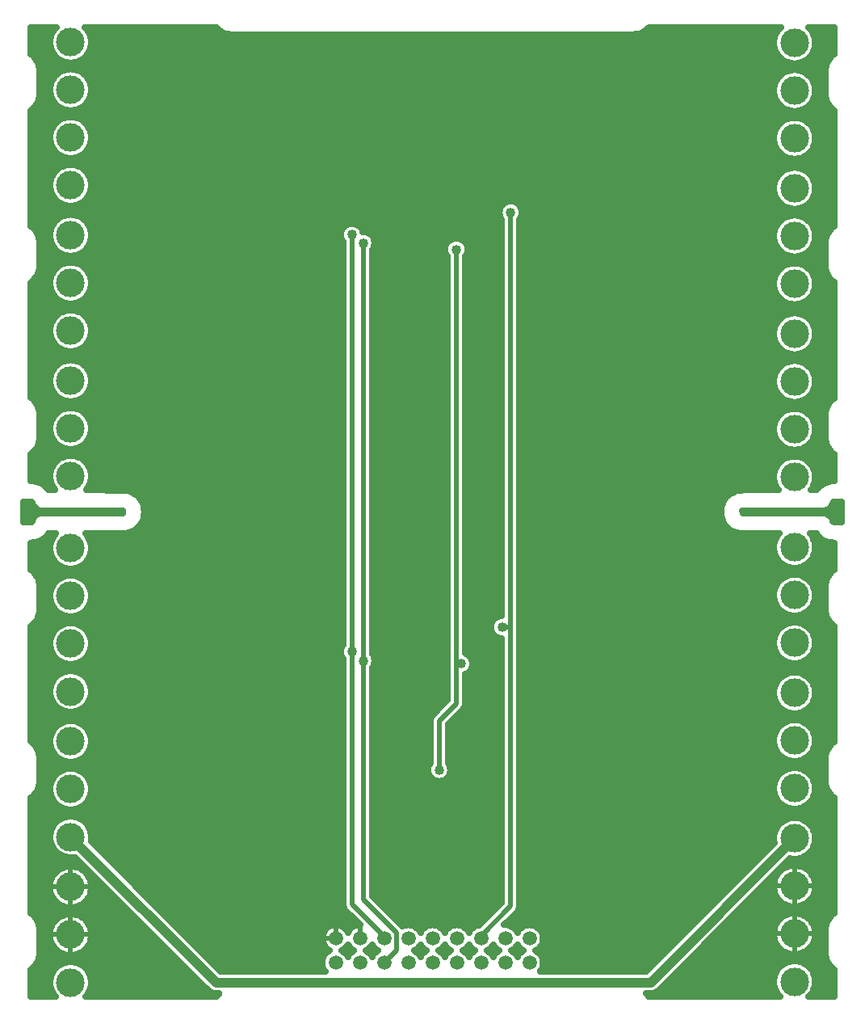
<source format=gbl>
%TF.GenerationSoftware,Novarm,DipTrace,3.2.0.1*%
%TF.CreationDate,2018-11-20T20:13:33+01:00*%
%FSLAX35Y35*%
%MOMM*%
%TF.FileFunction,Copper,L2,Bot*%
%TF.Part,Single*%
%TA.AperFunction,Conductor*%
%ADD13C,1.0*%
%ADD14C,0.5*%
%TA.AperFunction,CopperBalancing*%
%ADD15C,0.635*%
%TA.AperFunction,ComponentPad*%
%ADD18C,1.5*%
%ADD19C,3.0*%
%TA.AperFunction,ViaPad*%
%ADD29C,1.016*%
%TA.AperFunction,CopperBalancing*%
%ADD55C,0.5*%
G75*
G01*
%LPD*%
X7969250Y1952627D2*
D13*
X6460567Y443943D1*
X1905557D1*
X381000Y1968500D1*
X4245447Y2668857D2*
D14*
Y3184710D1*
X4423820Y3363083D1*
Y3782083D1*
Y8123363D1*
X4475530Y3782083D2*
X4423820D1*
X3667123Y650877D2*
Y652273D1*
X3795190Y780340D1*
Y964863D1*
X3449027Y1311027D1*
Y3812487D1*
Y8191417D1*
X3667123Y904877D2*
Y923630D1*
X3329273Y1261480D1*
Y3908393D1*
Y8276687D1*
X4683123Y904877D2*
Y932980D1*
X4994153Y1244010D1*
Y4165040D1*
Y8508843D1*
X4903360Y4165040D2*
X4994153D1*
D29*
X4245447Y2668857D3*
X4423820Y8123363D3*
X4475530Y3782083D3*
X3449027Y3812487D3*
Y8191417D3*
X3329273Y3908393D3*
Y8276687D3*
X4994153Y8508843D3*
X4903360Y4165040D3*
X1972883Y1357487D3*
X2074883Y1354413D3*
X2172067Y1348040D3*
X2017357Y1279330D3*
X2123677Y1275140D3*
X1967893Y1203487D3*
X1191760Y1455360D3*
X1253203Y1367580D3*
X1319037Y1297360D3*
X1380323Y1230567D3*
X1287847Y1473270D3*
X1346793Y1400687D3*
X1408663Y1322667D3*
X6902307Y1170057D3*
X7012663Y1300683D3*
X7118517Y1406537D3*
X7217613Y1505633D3*
X6915820Y1284917D3*
X7026177Y1424553D3*
X7143290Y1525903D3*
X2071853Y1200190D3*
X2166810Y1197697D3*
X5784247Y4270130D3*
X5878283Y4267900D3*
X3079257Y4171990D3*
X3083077Y4076473D3*
X2406713Y5710560D3*
X2508933Y5709303D3*
X3108713Y8623483D3*
X3106667Y8517017D3*
X2415970Y10116073D3*
X3804307Y1357917D3*
X3931370Y1354497D3*
X3744340Y1289247D3*
X2527723Y10116073D3*
X5812640Y8705663D3*
X5933653Y8702337D3*
X3870450Y1292847D3*
X3996667Y1283197D3*
X4295433Y1610373D3*
X4350910Y1551430D3*
X4402917Y1491333D3*
X4415630Y1604593D3*
X4463017Y1551430D3*
X4531203Y1599973D3*
X4525427Y1500580D3*
X-30590Y10401423D2*
D15*
X185303D1*
X576623D2*
X1961917D1*
X6388263D2*
X7778207D1*
X8160320D2*
X8380863D1*
X-30590Y10338257D2*
X161787D1*
X600230D2*
X7751777D1*
X8186753D2*
X8380863D1*
X-30590Y10275090D2*
X158233D1*
X603783D2*
X7745943D1*
X8192587D2*
X8380863D1*
X-30590Y10211923D2*
X173727D1*
X588200D2*
X7758977D1*
X8179553D2*
X8380863D1*
X-7440Y10148757D2*
X213740D1*
X548277D2*
X7795250D1*
X8143277D2*
X8357713D1*
X39410Y10085590D2*
X315733D1*
X446193D2*
X7881383D1*
X8057143D2*
X8310773D1*
X60737Y10022423D2*
X8289537D1*
X64477Y9959257D2*
X232700D1*
X529320D2*
X7830433D1*
X8108003D2*
X8285800D1*
X64477Y9896090D2*
X182477D1*
X579540D2*
X7775017D1*
X8163510D2*
X8285800D1*
X64477Y9832923D2*
X160693D1*
X601233D2*
X7750500D1*
X8187940D2*
X8285800D1*
X64477Y9769757D2*
X158780D1*
X603237D2*
X7746307D1*
X8192223D2*
X8285800D1*
X57093Y9706590D2*
X176007D1*
X585920D2*
X7761073D1*
X8177457D2*
X8293180D1*
X30297Y9643423D2*
X218753D1*
X543263D2*
X7799810D1*
X8138720D2*
X8319977D1*
X-27583Y9580257D2*
X339887D1*
X422130D2*
X7896060D1*
X8042470D2*
X8377763D1*
X-30590Y9517090D2*
X8380863D1*
X-30590Y9453923D2*
X226777D1*
X535243D2*
X7823780D1*
X8114750D2*
X8380863D1*
X-30590Y9390757D2*
X179743D1*
X582273D2*
X7772010D1*
X8166520D2*
X8380863D1*
X-30590Y9327590D2*
X159873D1*
X602143D2*
X7749407D1*
X8189033D2*
X8380863D1*
X-30590Y9264423D2*
X159510D1*
X602510D2*
X7746763D1*
X8191677D2*
X8380863D1*
X-30590Y9201257D2*
X178467D1*
X583460D2*
X7763260D1*
X8175270D2*
X8380863D1*
X-30590Y9138090D2*
X224040D1*
X537887D2*
X7804640D1*
X8133797D2*
X8380863D1*
X-30590Y9074923D2*
X7915563D1*
X8022873D2*
X8380863D1*
X-30590Y9011757D2*
X363583D1*
X398457D2*
X8380863D1*
X-30590Y8948590D2*
X221217D1*
X540803D2*
X7849847D1*
X8088590D2*
X8380863D1*
X-30590Y8885423D2*
X177193D1*
X584827D2*
X7783403D1*
X8155127D2*
X8380863D1*
X-30590Y8822257D2*
X159143D1*
X602873D2*
X7753870D1*
X8184657D2*
X8380863D1*
X-30590Y8759090D2*
X160330D1*
X601690D2*
X7745667D1*
X8192860D2*
X8380863D1*
X-30590Y8695923D2*
X181110D1*
X580907D2*
X7756240D1*
X8182287D2*
X8380863D1*
X-30590Y8632757D2*
X229873D1*
X532143D2*
X7788963D1*
X8149567D2*
X8380863D1*
X-30590Y8569590D2*
X4886513D1*
X5101740D2*
X7863883D1*
X8074643D2*
X8380863D1*
X-30590Y8506423D2*
X4869743D1*
X5118603D2*
X8380863D1*
X-30590Y8443257D2*
X242543D1*
X519477D2*
X4889613D1*
X5098733D2*
X7841553D1*
X8096977D2*
X8380863D1*
X-30590Y8380090D2*
X186853D1*
X575167D2*
X3265850D1*
X3392667D2*
X4895537D1*
X5092810D2*
X7779847D1*
X8158680D2*
X8380863D1*
X20907Y8316923D2*
X162333D1*
X599683D2*
X3211893D1*
X3446623D2*
X4895537D1*
X5092810D2*
X7752413D1*
X8186117D2*
X8329367D1*
X53083Y8253757D2*
X158050D1*
X603967D2*
X3207060D1*
X3555633D2*
X4895537D1*
X5092810D2*
X7745850D1*
X8192677D2*
X8297100D1*
X64200Y8190590D2*
X172727D1*
X589293D2*
X3230667D1*
X3573500D2*
X4320407D1*
X4527250D2*
X4895537D1*
X5092810D2*
X7758063D1*
X8180463D2*
X8286073D1*
X64477Y8127423D2*
X211370D1*
X550647D2*
X3230667D1*
X3554630D2*
X4299443D1*
X4548213D2*
X4895537D1*
X5092810D2*
X7793063D1*
X8145373D2*
X8285800D1*
X64477Y8064257D2*
X306983D1*
X455033D2*
X3230667D1*
X3547703D2*
X4315213D1*
X4532443D2*
X4895537D1*
X5092810D2*
X7875097D1*
X8063433D2*
X8285800D1*
X64477Y8001090D2*
X3230667D1*
X3547703D2*
X4325147D1*
X4522417D2*
X4895537D1*
X5092810D2*
X8285800D1*
X62927Y7937923D2*
X235800D1*
X526130D2*
X3230667D1*
X3547703D2*
X4325147D1*
X4522417D2*
X4895537D1*
X5092810D2*
X7833990D1*
X8104540D2*
X8287347D1*
X46520Y7874757D2*
X183847D1*
X578173D2*
X3230667D1*
X3547703D2*
X4325147D1*
X4522417D2*
X4895537D1*
X5092810D2*
X7776567D1*
X8161963D2*
X8303753D1*
X6507Y7811590D2*
X161240D1*
X600777D2*
X3230667D1*
X3547703D2*
X4325147D1*
X4522417D2*
X4895537D1*
X5092810D2*
X7751137D1*
X8187393D2*
X8343767D1*
X-30590Y7748423D2*
X158507D1*
X603510D2*
X3230667D1*
X3547703D2*
X4325147D1*
X4522417D2*
X4895537D1*
X5092810D2*
X7746123D1*
X8192403D2*
X8380863D1*
X-30590Y7685257D2*
X174913D1*
X587107D2*
X3230667D1*
X3547703D2*
X4325147D1*
X4522417D2*
X4895537D1*
X5092810D2*
X7759977D1*
X8178550D2*
X8380863D1*
X-30590Y7622090D2*
X216203D1*
X545817D2*
X3230667D1*
X3547703D2*
X4325147D1*
X4522417D2*
X4895537D1*
X5092810D2*
X7797530D1*
X8141000D2*
X8380863D1*
X-30590Y7558923D2*
X326217D1*
X435803D2*
X3230667D1*
X3547703D2*
X4325147D1*
X4522417D2*
X4895537D1*
X5092810D2*
X7888310D1*
X8050217D2*
X8380863D1*
X-30590Y7495757D2*
X3230667D1*
X3547703D2*
X4325147D1*
X4522417D2*
X4895537D1*
X5092810D2*
X8380863D1*
X-30590Y7432590D2*
X229693D1*
X532327D2*
X3230667D1*
X3547703D2*
X4325147D1*
X4522417D2*
X4895537D1*
X5092810D2*
X7864250D1*
X8074280D2*
X8380863D1*
X-30590Y7369423D2*
X181020D1*
X580907D2*
X3230667D1*
X3547703D2*
X4325147D1*
X4522417D2*
X4895537D1*
X5092810D2*
X7789143D1*
X8149383D2*
X8380863D1*
X-30590Y7306257D2*
X160240D1*
X601690D2*
X3230667D1*
X3547703D2*
X4325147D1*
X4522417D2*
X4895537D1*
X5092810D2*
X7756240D1*
X8182197D2*
X8380863D1*
X-30590Y7243090D2*
X159143D1*
X602873D2*
X3230667D1*
X3547703D2*
X4325147D1*
X4522417D2*
X4895537D1*
X5092810D2*
X7745667D1*
X8192860D2*
X8380863D1*
X-30590Y7179923D2*
X177283D1*
X584737D2*
X3230667D1*
X3547703D2*
X4325147D1*
X4522417D2*
X4895537D1*
X5092810D2*
X7753780D1*
X8184750D2*
X8380863D1*
X-30590Y7116757D2*
X221307D1*
X540620D2*
X3230667D1*
X3547703D2*
X4325147D1*
X4522417D2*
X4895537D1*
X5092810D2*
X7783220D1*
X8155217D2*
X8380863D1*
X-30590Y7053590D2*
X367140D1*
X394877D2*
X3230667D1*
X3547703D2*
X4325147D1*
X4522417D2*
X4895537D1*
X5092810D2*
X7849573D1*
X8088863D2*
X8380863D1*
X-30590Y6990423D2*
X3230667D1*
X3547703D2*
X4325147D1*
X4522417D2*
X4895537D1*
X5092810D2*
X8380863D1*
X-30590Y6927257D2*
X253663D1*
X508357D2*
X3230667D1*
X3547703D2*
X4325147D1*
X4522417D2*
X4895537D1*
X5092810D2*
X7854407D1*
X8084123D2*
X8380863D1*
X-30590Y6864090D2*
X191777D1*
X570243D2*
X3230667D1*
X3547703D2*
X4325147D1*
X4522417D2*
X4895537D1*
X5092810D2*
X7785227D1*
X8153303D2*
X8380863D1*
X-30590Y6800923D2*
X164250D1*
X597770D2*
X3230667D1*
X3547703D2*
X4325147D1*
X4522417D2*
X4895537D1*
X5092810D2*
X7754600D1*
X8183837D2*
X8380863D1*
X-30590Y6737757D2*
X157503D1*
X604423D2*
X3230667D1*
X3547703D2*
X4325147D1*
X4522417D2*
X4895537D1*
X5092810D2*
X7745577D1*
X8192860D2*
X8380863D1*
X-30590Y6674590D2*
X169717D1*
X592300D2*
X3230667D1*
X3547703D2*
X4325147D1*
X4522417D2*
X4895537D1*
X5092810D2*
X7755420D1*
X8183107D2*
X8380863D1*
X-30590Y6611423D2*
X204627D1*
X557393D2*
X3230667D1*
X3547703D2*
X4325147D1*
X4522417D2*
X4895537D1*
X5092810D2*
X7787050D1*
X8151480D2*
X8380863D1*
X-6527Y6548257D2*
X286203D1*
X475727D2*
X3230667D1*
X3547703D2*
X4325147D1*
X4522417D2*
X4895537D1*
X5092810D2*
X7858780D1*
X8079657D2*
X8356710D1*
X40047Y6485090D2*
X3230667D1*
X3547703D2*
X4325147D1*
X4522417D2*
X4895537D1*
X5092810D2*
X8310133D1*
X61010Y6421923D2*
X246097D1*
X515920D2*
X3230667D1*
X3547703D2*
X4325147D1*
X4522417D2*
X4895537D1*
X5092810D2*
X7845657D1*
X8092873D2*
X8289263D1*
X64477Y6358757D2*
X188493D1*
X573523D2*
X3230667D1*
X3547703D2*
X4325147D1*
X4522417D2*
X4895537D1*
X5092810D2*
X7781580D1*
X8156950D2*
X8285800D1*
X64477Y6295590D2*
X162883D1*
X599047D2*
X3230667D1*
X3547703D2*
X4325147D1*
X4522417D2*
X4895537D1*
X5092810D2*
X7753143D1*
X8185387D2*
X8285800D1*
X64477Y6232423D2*
X157870D1*
X604150D2*
X3230667D1*
X3547703D2*
X4325147D1*
X4522417D2*
X4895537D1*
X5092810D2*
X7745667D1*
X8192770D2*
X8285800D1*
X64477Y6169257D2*
X171633D1*
X590387D2*
X3230667D1*
X3547703D2*
X4325147D1*
X4522417D2*
X4895537D1*
X5092810D2*
X7757060D1*
X8181377D2*
X8285800D1*
X57273Y6106090D2*
X209000D1*
X552927D2*
X3230667D1*
X3547703D2*
X4325147D1*
X4522417D2*
X4895537D1*
X5092810D2*
X7790967D1*
X8147470D2*
X8293000D1*
X30297Y6042923D2*
X299327D1*
X462690D2*
X3230667D1*
X3547703D2*
X4325147D1*
X4522417D2*
X4895537D1*
X5092810D2*
X7869263D1*
X8069267D2*
X8319887D1*
X-28037Y5979757D2*
X3230667D1*
X3547703D2*
X4325147D1*
X4522417D2*
X4895537D1*
X5092810D2*
X8378310D1*
X-30590Y5916590D2*
X239080D1*
X522847D2*
X3230667D1*
X3547703D2*
X4325147D1*
X4522417D2*
X4895537D1*
X5092810D2*
X7837727D1*
X8100803D2*
X8380863D1*
X-30590Y5853423D2*
X185303D1*
X576623D2*
X3230667D1*
X3547703D2*
X4325147D1*
X4522417D2*
X4895537D1*
X5092810D2*
X7778207D1*
X8160320D2*
X8380863D1*
X-30590Y5790257D2*
X161787D1*
X600230D2*
X3230667D1*
X3547703D2*
X4325147D1*
X4522417D2*
X4895537D1*
X5092810D2*
X7751777D1*
X8186753D2*
X8380863D1*
X-30590Y5727090D2*
X158233D1*
X603783D2*
X3230667D1*
X3547703D2*
X4325147D1*
X4522417D2*
X4895537D1*
X5092810D2*
X7745943D1*
X8192587D2*
X8380863D1*
X88263Y5663923D2*
X173727D1*
X588200D2*
X3230667D1*
X3547703D2*
X4325147D1*
X4522417D2*
X4895537D1*
X5092810D2*
X7758977D1*
X8179553D2*
X8262010D1*
X940113Y5600757D2*
X3230667D1*
X3547703D2*
X4325147D1*
X4522417D2*
X4895537D1*
X5092810D2*
X7410160D1*
X1088863Y5537590D2*
X3230667D1*
X3547703D2*
X4325147D1*
X4522417D2*
X4895537D1*
X5092810D2*
X7261410D1*
X-105603Y5474423D2*
X-30893D1*
X1135073D2*
X3230667D1*
X3547703D2*
X4325147D1*
X4522417D2*
X4895537D1*
X5092810D2*
X7215200D1*
X8381167D2*
X8456880D1*
X-105603Y5411257D2*
X5657D1*
X1155763D2*
X3230667D1*
X3547703D2*
X4325147D1*
X4522417D2*
X4895537D1*
X5092810D2*
X7194510D1*
X8344527D2*
X8456880D1*
X-105603Y5348090D2*
X25707D1*
X1157770D2*
X3230667D1*
X3547703D2*
X4325147D1*
X4522417D2*
X4895537D1*
X5092810D2*
X7192503D1*
X8324567D2*
X8456880D1*
X-105603Y5284923D2*
X-26973D1*
X1141547D2*
X3230667D1*
X3547703D2*
X4325147D1*
X4522417D2*
X4895537D1*
X5092810D2*
X7208727D1*
X8377250D2*
X8456880D1*
X1101623Y5221757D2*
X3230667D1*
X3547703D2*
X4325147D1*
X4522417D2*
X4895537D1*
X5092810D2*
X7248650D1*
X1008927Y5158590D2*
X3230667D1*
X3547703D2*
X4325147D1*
X4522417D2*
X4895537D1*
X5092810D2*
X7341347D1*
X108773Y5095423D2*
X183300D1*
X578720D2*
X3230667D1*
X3547703D2*
X4325147D1*
X4522417D2*
X4895537D1*
X5092810D2*
X7767360D1*
X8171077D2*
X8241500D1*
X-30590Y5032257D2*
X161060D1*
X600960D2*
X3230667D1*
X3547703D2*
X4325147D1*
X4522417D2*
X4895537D1*
X5092810D2*
X7747947D1*
X8190583D2*
X8380863D1*
X-30590Y4969090D2*
X158597D1*
X603420D2*
X3230667D1*
X3547703D2*
X4325147D1*
X4522417D2*
X4895537D1*
X5092810D2*
X7747947D1*
X8190583D2*
X8380863D1*
X-30590Y4905923D2*
X175370D1*
X586650D2*
X3230667D1*
X3547703D2*
X4325147D1*
X4522417D2*
X4895537D1*
X5092810D2*
X7767360D1*
X8171167D2*
X8380863D1*
X-30590Y4842757D2*
X217203D1*
X544813D2*
X3230667D1*
X3547703D2*
X4325147D1*
X4522417D2*
X4895537D1*
X5092810D2*
X7813573D1*
X8124867D2*
X8380863D1*
X-30590Y4779590D2*
X331227D1*
X430790D2*
X3230667D1*
X3547703D2*
X4325147D1*
X4522417D2*
X4895537D1*
X5092810D2*
X8380863D1*
X20907Y4716423D2*
X3230667D1*
X3547703D2*
X4325147D1*
X4522417D2*
X4895537D1*
X5092810D2*
X7937440D1*
X8001000D2*
X8329367D1*
X53173Y4653257D2*
X228417D1*
X533510D2*
X3230667D1*
X3547703D2*
X4325147D1*
X4522417D2*
X4895537D1*
X5092810D2*
X7808287D1*
X8130243D2*
X8297100D1*
X64200Y4590090D2*
X180473D1*
X581453D2*
X3230667D1*
X3547703D2*
X4325147D1*
X4522417D2*
X4895537D1*
X5092810D2*
X7764900D1*
X8173630D2*
X8286073D1*
X64477Y4526923D2*
X160147D1*
X601870D2*
X3230667D1*
X3547703D2*
X4325147D1*
X4522417D2*
X4895537D1*
X5092810D2*
X7747217D1*
X8191310D2*
X8285800D1*
X64477Y4463757D2*
X159237D1*
X602690D2*
X3230667D1*
X3547703D2*
X4325147D1*
X4522417D2*
X4895537D1*
X5092810D2*
X7748767D1*
X8189760D2*
X8285800D1*
X64477Y4400590D2*
X177740D1*
X584280D2*
X3230667D1*
X3547703D2*
X4325147D1*
X4522417D2*
X4895537D1*
X5092810D2*
X7770003D1*
X8168523D2*
X8285800D1*
X63017Y4337423D2*
X222490D1*
X539527D2*
X3230667D1*
X3547703D2*
X4325147D1*
X4522417D2*
X4895537D1*
X5092810D2*
X7819407D1*
X8119033D2*
X8287257D1*
X46610Y4274257D2*
X3230667D1*
X3547703D2*
X4325147D1*
X4522417D2*
X4852060D1*
X5092810D2*
X8303573D1*
X6417Y4211090D2*
X3230667D1*
X3547703D2*
X4325147D1*
X4522417D2*
X4788260D1*
X5092810D2*
X7908820D1*
X8029617D2*
X8343860D1*
X-30590Y4147923D2*
X222763D1*
X539163D2*
X3230667D1*
X3547703D2*
X4325147D1*
X4522417D2*
X4780147D1*
X5092810D2*
X7803180D1*
X8135347D2*
X8380863D1*
X-30590Y4084757D2*
X177920D1*
X584097D2*
X3230667D1*
X3547703D2*
X4325147D1*
X4522417D2*
X4810407D1*
X5092810D2*
X7762530D1*
X8175907D2*
X8380863D1*
X-30590Y4021590D2*
X159327D1*
X602690D2*
X3230667D1*
X3547703D2*
X4325147D1*
X4522417D2*
X4895537D1*
X5092810D2*
X7746580D1*
X8191857D2*
X8380863D1*
X-30590Y3958423D2*
X160057D1*
X601963D2*
X3215993D1*
X3547703D2*
X4325147D1*
X4522417D2*
X4895537D1*
X5092810D2*
X7749770D1*
X8188760D2*
X8380863D1*
X-30590Y3895257D2*
X180290D1*
X581637D2*
X3205603D1*
X3547703D2*
X4325147D1*
X4522417D2*
X4895537D1*
X5092810D2*
X7772830D1*
X8165607D2*
X8380863D1*
X-30590Y3832090D2*
X228050D1*
X533967D2*
X3230667D1*
X3571857D2*
X4325147D1*
X4588863D2*
X4895537D1*
X5092810D2*
X7825787D1*
X8112743D2*
X8380863D1*
X-30590Y3768923D2*
X3230667D1*
X3565113D2*
X4325147D1*
X4599253D2*
X4895537D1*
X5092810D2*
X8380863D1*
X-30590Y3705757D2*
X332960D1*
X429060D2*
X3230667D1*
X3547703D2*
X4325147D1*
X4572000D2*
X4895537D1*
X5092810D2*
X8380863D1*
X-30590Y3642590D2*
X217570D1*
X544450D2*
X3230667D1*
X3547703D2*
X4325147D1*
X4522417D2*
X4895537D1*
X5092810D2*
X7822687D1*
X8115843D2*
X8380863D1*
X-30590Y3579423D2*
X175460D1*
X586467D2*
X3230667D1*
X3547703D2*
X4325147D1*
X4522417D2*
X4895537D1*
X5092810D2*
X7771463D1*
X8167067D2*
X8380863D1*
X-30590Y3516257D2*
X158690D1*
X603330D2*
X3230667D1*
X3547703D2*
X4325147D1*
X4522417D2*
X4895537D1*
X5092810D2*
X7749223D1*
X8189213D2*
X8380863D1*
X-30590Y3453090D2*
X160967D1*
X601050D2*
X3230667D1*
X3547703D2*
X4325147D1*
X4522417D2*
X4895537D1*
X5092810D2*
X7746853D1*
X8191583D2*
X8380863D1*
X-30590Y3389923D2*
X183117D1*
X578903D2*
X3230667D1*
X3547703D2*
X4313753D1*
X4522417D2*
X4895537D1*
X5092810D2*
X7763623D1*
X8174813D2*
X8380863D1*
X-30590Y3326757D2*
X234157D1*
X527860D2*
X3230667D1*
X3547703D2*
X4250590D1*
X4515033D2*
X4895537D1*
X5092810D2*
X7805550D1*
X8132977D2*
X8380863D1*
X-30590Y3263590D2*
X3230667D1*
X3547703D2*
X4187427D1*
X4461167D2*
X4895537D1*
X5092810D2*
X7920120D1*
X8018407D2*
X8380863D1*
X-30590Y3200423D2*
X3230667D1*
X3547703D2*
X4148143D1*
X4398003D2*
X4895537D1*
X5092810D2*
X8380863D1*
X-30590Y3137257D2*
X237803D1*
X524213D2*
X3230667D1*
X3547703D2*
X4146777D1*
X4344047D2*
X4895537D1*
X5092810D2*
X7816580D1*
X8121950D2*
X8380863D1*
X-30590Y3074090D2*
X184757D1*
X577260D2*
X3230667D1*
X3547703D2*
X4146777D1*
X4344047D2*
X4895537D1*
X5092810D2*
X7768727D1*
X8169800D2*
X8380863D1*
X-30590Y3010923D2*
X161513D1*
X600503D2*
X3230667D1*
X3547703D2*
X4146777D1*
X4344047D2*
X4895537D1*
X5092810D2*
X7748310D1*
X8190127D2*
X8380863D1*
X-6253Y2947757D2*
X158323D1*
X603603D2*
X3230667D1*
X3547703D2*
X4146777D1*
X4344047D2*
X4895537D1*
X5092810D2*
X7747490D1*
X8190947D2*
X8356527D1*
X39957Y2884590D2*
X174183D1*
X587743D2*
X3230667D1*
X3547703D2*
X4146777D1*
X4344047D2*
X4895537D1*
X5092810D2*
X7766083D1*
X8172443D2*
X8310227D1*
X60920Y2821423D2*
X214743D1*
X547273D2*
X3230667D1*
X3547703D2*
X4146777D1*
X4344047D2*
X4895537D1*
X5092810D2*
X7810837D1*
X8127690D2*
X8289353D1*
X64477Y2758257D2*
X319743D1*
X442273D2*
X3230667D1*
X3547703D2*
X4146777D1*
X4344047D2*
X4895537D1*
X5092810D2*
X8285800D1*
X64477Y2695090D2*
X3230667D1*
X3547703D2*
X4123990D1*
X4366923D2*
X4895537D1*
X5092810D2*
X8285800D1*
X64477Y2631923D2*
X231423D1*
X530593D2*
X3230667D1*
X3547703D2*
X4126907D1*
X4364007D2*
X4895537D1*
X5092810D2*
X7810930D1*
X8127600D2*
X8285800D1*
X64477Y2568757D2*
X181840D1*
X580087D2*
X3230667D1*
X3547703D2*
X4176490D1*
X4314423D2*
X4895537D1*
X5092810D2*
X7766083D1*
X8172353D2*
X8285800D1*
X57273Y2505590D2*
X160513D1*
X601417D2*
X3230667D1*
X3547703D2*
X4895537D1*
X5092810D2*
X7747583D1*
X8190947D2*
X8293000D1*
X30297Y2442423D2*
X158963D1*
X603057D2*
X3230667D1*
X3547703D2*
X4895537D1*
X5092810D2*
X7748310D1*
X8190217D2*
X8319977D1*
X-28130Y2379257D2*
X176553D1*
X585463D2*
X3230667D1*
X3547703D2*
X4895537D1*
X5092810D2*
X7768637D1*
X8169893D2*
X8378310D1*
X-30590Y2316090D2*
X219757D1*
X542260D2*
X3230667D1*
X3547703D2*
X4895537D1*
X5092810D2*
X7816490D1*
X8122040D2*
X8380863D1*
X-30590Y2252923D2*
X347453D1*
X414567D2*
X3230667D1*
X3547703D2*
X4895537D1*
X5092810D2*
X8380863D1*
X-30590Y2189757D2*
X3230667D1*
X3547703D2*
X4895537D1*
X5092810D2*
X8380863D1*
X-30590Y2126590D2*
X225590D1*
X536427D2*
X3230667D1*
X3547703D2*
X4895537D1*
X5092810D2*
X7832713D1*
X8105817D2*
X8380863D1*
X-30590Y2063423D2*
X179197D1*
X582820D2*
X3230667D1*
X3547703D2*
X4895537D1*
X5092810D2*
X7776020D1*
X8162510D2*
X8380863D1*
X-30590Y2000257D2*
X159693D1*
X602327D2*
X3230667D1*
X3547703D2*
X4895537D1*
X5092810D2*
X7750863D1*
X8187573D2*
X8380863D1*
X-30590Y1937090D2*
X159600D1*
X602327D2*
X3230667D1*
X3547703D2*
X4895537D1*
X5092810D2*
X7746123D1*
X8192313D2*
X8380863D1*
X-30590Y1873923D2*
X179013D1*
X647810D2*
X3230667D1*
X3547703D2*
X4895537D1*
X5092810D2*
X7718323D1*
X8178093D2*
X8380863D1*
X-30590Y1810757D2*
X225227D1*
X710973D2*
X3230667D1*
X3547703D2*
X4895537D1*
X5092810D2*
X7655160D1*
X8140177D2*
X8380863D1*
X-30590Y1747590D2*
X429667D1*
X774137D2*
X3230667D1*
X3547703D2*
X4895537D1*
X5092810D2*
X7591997D1*
X8047573D2*
X8380863D1*
X-30590Y1684423D2*
X492830D1*
X837300D2*
X3230667D1*
X3547703D2*
X4895537D1*
X5092810D2*
X7528833D1*
X7873303D2*
X8380863D1*
X-30590Y1621257D2*
X248287D1*
X513733D2*
X555993D1*
X900463D2*
X3230667D1*
X3547703D2*
X4895537D1*
X5092810D2*
X7465667D1*
X8112653D2*
X8380863D1*
X-30590Y1558090D2*
X189407D1*
X572613D2*
X619157D1*
X963630D2*
X3230667D1*
X3547703D2*
X4895537D1*
X5092810D2*
X7402503D1*
X7746977D2*
X7772920D1*
X8165607D2*
X8380863D1*
X-30590Y1494923D2*
X163247D1*
X598680D2*
X682323D1*
X1026793D2*
X3230667D1*
X3547703D2*
X4895537D1*
X5092810D2*
X7339340D1*
X7683810D2*
X7749770D1*
X8188760D2*
X8380863D1*
X-30590Y1431757D2*
X157777D1*
X604240D2*
X745487D1*
X1089957D2*
X3230667D1*
X3547703D2*
X4895537D1*
X5092810D2*
X7276177D1*
X7620647D2*
X7746580D1*
X8191857D2*
X8380863D1*
X-30590Y1368590D2*
X171083D1*
X590933D2*
X808650D1*
X1153120D2*
X3230667D1*
X3547703D2*
X4895537D1*
X5092810D2*
X7213013D1*
X7557393D2*
X7762530D1*
X8176000D2*
X8380863D1*
X-30590Y1305423D2*
X207727D1*
X554293D2*
X871813D1*
X1216283D2*
X3230667D1*
X3591453D2*
X4895537D1*
X5092810D2*
X7149847D1*
X7494227D2*
X7803090D1*
X8135440D2*
X8380863D1*
X-30590Y1242257D2*
X295227D1*
X466793D2*
X934977D1*
X1279450D2*
X3232673D1*
X3654710D2*
X4855527D1*
X5092810D2*
X7086683D1*
X7431063D2*
X7908453D1*
X8029983D2*
X8380863D1*
X-30590Y1179090D2*
X998143D1*
X1342613D2*
X3274783D1*
X3717873D2*
X4792360D1*
X5066103D2*
X7023520D1*
X7367900D2*
X8380863D1*
X20907Y1115923D2*
X241083D1*
X520843D2*
X1061397D1*
X1405777D2*
X3337947D1*
X3781037D2*
X4729197D1*
X5002940D2*
X6960357D1*
X7304737D2*
X7819587D1*
X8118940D2*
X8329367D1*
X53083Y1052757D2*
X186217D1*
X575713D2*
X1124560D1*
X1468940D2*
X3401110D1*
X3844200D2*
X4666033D1*
X4939773D2*
X6897193D1*
X7241570D2*
X7770097D1*
X8168433D2*
X8297193D1*
X64293Y989590D2*
X162060D1*
X599867D2*
X1187727D1*
X1532107D2*
X3038443D1*
X5311833D2*
X6834027D1*
X7178407D2*
X7748767D1*
X8189760D2*
X8285980D1*
X64477Y926423D2*
X158143D1*
X603877D2*
X1250890D1*
X1595270D2*
X3012100D1*
X5338083D2*
X6770863D1*
X7115243D2*
X7747217D1*
X8191310D2*
X8285800D1*
X64477Y863257D2*
X173090D1*
X588837D2*
X1314053D1*
X1658433D2*
X3016750D1*
X5333523D2*
X6707700D1*
X7052080D2*
X7764810D1*
X8173630D2*
X8285800D1*
X64477Y800090D2*
X212283D1*
X549737D2*
X1377217D1*
X1721597D2*
X3056490D1*
X3261780D2*
X3310513D1*
X3515713D2*
X3564537D1*
X4023760D2*
X4072490D1*
X4277690D2*
X4326513D1*
X4531713D2*
X4580537D1*
X4785737D2*
X4834470D1*
X5039760D2*
X5088493D1*
X5293693D2*
X6644443D1*
X6988917D2*
X7808193D1*
X8130333D2*
X8285800D1*
X62743Y736923D2*
X310447D1*
X451570D2*
X1440383D1*
X1784760D2*
X3039443D1*
X5310830D2*
X6581280D1*
X6925750D2*
X7936710D1*
X8001820D2*
X8287440D1*
X46063Y673757D2*
X1503547D1*
X1847927D2*
X3012373D1*
X5337900D2*
X6518117D1*
X6862587D2*
X8304210D1*
X5503Y610590D2*
X234523D1*
X527497D2*
X1566710D1*
X1911090D2*
X3016293D1*
X5333980D2*
X6454953D1*
X6799423D2*
X7813663D1*
X8124773D2*
X8344770D1*
X-30590Y547423D2*
X183300D1*
X578720D2*
X1629873D1*
X6736260D2*
X7767360D1*
X8171077D2*
X8380863D1*
X-30590Y484257D2*
X161060D1*
X600960D2*
X1693037D1*
X6673093D2*
X7747947D1*
X8190583D2*
X8380863D1*
X-30590Y421090D2*
X158597D1*
X603420D2*
X1756203D1*
X6609930D2*
X7747947D1*
X8190583D2*
X8380863D1*
X-30590Y357923D2*
X175370D1*
X586650D2*
X1819457D1*
X6546677D2*
X7767360D1*
X8171167D2*
X8380863D1*
X3048737Y561243D2*
X3037800Y576530D1*
X3027663Y596423D1*
X3020763Y617660D1*
X3017273Y639713D1*
Y662040D1*
X3020763Y684093D1*
X3027663Y705330D1*
X3037800Y725223D1*
X3050927Y743287D1*
X3066713Y759073D1*
X3084777Y772200D1*
X3094960Y777860D1*
X3079510Y786943D1*
X3064767Y798370D1*
X3051647Y811630D1*
X3040373Y826490D1*
X3031137Y842697D1*
X3024103Y859973D1*
X3019390Y878020D1*
X3017077Y896530D1*
X3017207Y915183D1*
X3019773Y933660D1*
X3024737Y951640D1*
X3032010Y968817D1*
X3041467Y984897D1*
X3052943Y999600D1*
X3066247Y1012677D1*
X3081147Y1023897D1*
X3097387Y1033077D1*
X3114687Y1040050D1*
X3132750Y1044700D1*
X3151267Y1046950D1*
X3169920Y1046757D1*
X3188387Y1044123D1*
X3206350Y1039100D1*
X3223503Y1031770D1*
X3239550Y1022257D1*
X3254213Y1010727D1*
X3267243Y997380D1*
X3278413Y982440D1*
X3286113Y969027D1*
X3295467Y984897D1*
X3306943Y999600D1*
X3320247Y1012677D1*
X3335147Y1023897D1*
X3351387Y1033077D1*
X3368687Y1040050D1*
X3386750Y1044700D1*
X3405267Y1046950D1*
X3413083Y1047150D1*
X3259097Y1201543D1*
X3250583Y1213260D1*
X3244010Y1226163D1*
X3239533Y1239937D1*
X3237267Y1254240D1*
X3236983Y1378147D1*
Y3834800D1*
X3228587Y3846690D1*
X3220173Y3863203D1*
X3214447Y3880827D1*
X3211547Y3899127D1*
Y3917660D1*
X3214447Y3935960D1*
X3220173Y3953583D1*
X3228587Y3970097D1*
X3236987Y3981930D1*
X3236983Y8203093D1*
X3228587Y8214980D1*
X3220173Y8231493D1*
X3214447Y8249117D1*
X3211547Y8267417D1*
Y8285950D1*
X3214447Y8304250D1*
X3220173Y8321873D1*
X3228587Y8338387D1*
X3239477Y8353377D1*
X3252580Y8366480D1*
X3267570Y8377370D1*
X3284083Y8385783D1*
X3301707Y8391510D1*
X3320007Y8394410D1*
X3338540D1*
X3356840Y8391510D1*
X3374463Y8385783D1*
X3390977Y8377370D1*
X3405967Y8366480D1*
X3419070Y8353377D1*
X3429960Y8338387D1*
X3438373Y8321873D1*
X3442673Y8309307D1*
X3458293Y8309147D1*
X3476593Y8306247D1*
X3494217Y8300520D1*
X3510730Y8292107D1*
X3525720Y8281217D1*
X3538823Y8268113D1*
X3549713Y8253123D1*
X3558127Y8236610D1*
X3563853Y8218987D1*
X3566753Y8200687D1*
Y8182153D1*
X3563853Y8163853D1*
X3558127Y8146230D1*
X3549713Y8129717D1*
X3541313Y8117883D1*
X3541317Y3886147D1*
X3549713Y3874193D1*
X3558127Y3857680D1*
X3563853Y3840057D1*
X3566753Y3821757D1*
Y3803223D1*
X3563853Y3784923D1*
X3558127Y3767300D1*
X3549713Y3750787D1*
X3541313Y3738953D1*
X3541317Y1349273D1*
X3858110Y1032460D1*
X3877153Y1040203D1*
X3898863Y1045413D1*
X3921123Y1047167D1*
X3943383Y1045413D1*
X3965093Y1040203D1*
X3985720Y1031657D1*
X4004760Y1019993D1*
X4021737Y1005490D1*
X4036240Y988513D1*
X4048107Y969040D1*
X4060007Y988513D1*
X4074510Y1005490D1*
X4091487Y1019993D1*
X4110527Y1031657D1*
X4131153Y1040203D1*
X4152863Y1045413D1*
X4175123Y1047167D1*
X4197383Y1045413D1*
X4219093Y1040203D1*
X4239720Y1031657D1*
X4258760Y1019993D1*
X4275737Y1005490D1*
X4290240Y988513D1*
X4302107Y969040D1*
X4314007Y988513D1*
X4328510Y1005490D1*
X4345487Y1019993D1*
X4364527Y1031657D1*
X4385153Y1040203D1*
X4406863Y1045413D1*
X4429123Y1047167D1*
X4451383Y1045413D1*
X4473093Y1040203D1*
X4493720Y1031657D1*
X4512760Y1019993D1*
X4529737Y1005490D1*
X4544240Y988513D1*
X4556107Y969040D1*
X4568007Y988513D1*
X4582510Y1005490D1*
X4599487Y1019993D1*
X4618527Y1031657D1*
X4639153Y1040203D1*
X4660863Y1045413D1*
X4665590Y1045973D1*
X4901893Y1282270D1*
X4901863Y4047020D1*
X4884887Y4048403D1*
X4866867Y4052730D1*
X4849747Y4059820D1*
X4833947Y4069503D1*
X4819857Y4081537D1*
X4807823Y4095627D1*
X4798140Y4111427D1*
X4791050Y4128547D1*
X4786723Y4146567D1*
X4785270Y4165040D1*
X4786723Y4183513D1*
X4791050Y4201530D1*
X4798140Y4218650D1*
X4807823Y4234450D1*
X4819857Y4248540D1*
X4833947Y4260577D1*
X4849747Y4270257D1*
X4866867Y4277350D1*
X4884887Y4281677D1*
X4901877Y4283070D1*
X4901863Y8435130D1*
X4893467Y8447140D1*
X4885053Y8463650D1*
X4879327Y8481273D1*
X4876427Y8499577D1*
Y8518107D1*
X4879327Y8536410D1*
X4885053Y8554033D1*
X4893467Y8570543D1*
X4904357Y8585537D1*
X4917460Y8598637D1*
X4932450Y8609530D1*
X4948963Y8617943D1*
X4966587Y8623670D1*
X4984887Y8626567D1*
X5003420D1*
X5021720Y8623670D1*
X5039343Y8617943D1*
X5055857Y8609530D1*
X5070847Y8598637D1*
X5083950Y8585537D1*
X5094843Y8570543D1*
X5103253Y8554033D1*
X5108980Y8536410D1*
X5111880Y8518107D1*
Y8499577D1*
X5108980Y8481273D1*
X5103253Y8463650D1*
X5094843Y8447140D1*
X5086440Y8435307D1*
X5086160Y1236770D1*
X5083893Y1222467D1*
X5079420Y1208693D1*
X5072843Y1195790D1*
X5064330Y1184073D1*
X4976917Y1096257D1*
X4927483Y1046823D1*
X4948287Y1046727D1*
X4970340Y1043237D1*
X4991577Y1036337D1*
X5011470Y1026200D1*
X5029533Y1013073D1*
X5045320Y997287D1*
X5058447Y979223D1*
X5064343Y969473D1*
X5076007Y988513D1*
X5090510Y1005490D1*
X5107487Y1019993D1*
X5126527Y1031657D1*
X5147153Y1040203D1*
X5168863Y1045413D1*
X5191123Y1047167D1*
X5213383Y1045413D1*
X5235093Y1040203D1*
X5255720Y1031657D1*
X5274760Y1019993D1*
X5291737Y1005490D1*
X5306240Y988513D1*
X5317903Y969473D1*
X5326450Y948847D1*
X5331660Y927137D1*
X5333413Y904877D1*
X5331660Y882617D1*
X5326450Y860907D1*
X5317903Y840280D1*
X5306240Y821240D1*
X5291737Y804263D1*
X5274760Y789760D1*
X5255287Y777893D1*
X5274760Y765993D1*
X5291737Y751490D1*
X5306240Y734513D1*
X5317903Y715473D1*
X5326450Y694847D1*
X5331660Y673137D1*
X5333413Y650877D1*
X5331660Y628617D1*
X5326450Y606907D1*
X5317903Y586280D1*
X5306240Y567240D1*
X5301510Y561243D1*
X6411897Y561233D1*
X7756920Y1906170D1*
X7752630Y1935577D1*
X7751960Y1952627D1*
X7752630Y1969677D1*
X7754637Y1986617D1*
X7757963Y2003353D1*
X7762593Y2019773D1*
X7768500Y2035780D1*
X7775643Y2051273D1*
X7783980Y2066160D1*
X7793460Y2080347D1*
X7804020Y2093747D1*
X7815603Y2106273D1*
X7828130Y2117857D1*
X7841530Y2128417D1*
X7855717Y2137897D1*
X7870603Y2146233D1*
X7886097Y2153377D1*
X7902103Y2159283D1*
X7918523Y2163913D1*
X7935260Y2167240D1*
X7952200Y2169247D1*
X7969250Y2169917D1*
X7986300Y2169247D1*
X8003240Y2167240D1*
X8019977Y2163913D1*
X8036397Y2159283D1*
X8052403Y2153377D1*
X8067897Y2146233D1*
X8082783Y2137897D1*
X8096970Y2128417D1*
X8110370Y2117857D1*
X8122897Y2106273D1*
X8134480Y2093747D1*
X8145040Y2080347D1*
X8154520Y2066160D1*
X8162857Y2051273D1*
X8170000Y2035780D1*
X8175907Y2019773D1*
X8180537Y2003353D1*
X8183863Y1986617D1*
X8185870Y1969677D1*
X8186540Y1952627D1*
X8185870Y1935577D1*
X8183863Y1918637D1*
X8180537Y1901900D1*
X8175907Y1885480D1*
X8170000Y1869473D1*
X8162857Y1853980D1*
X8154520Y1839093D1*
X8145040Y1824907D1*
X8134480Y1811507D1*
X8122897Y1798980D1*
X8110370Y1787397D1*
X8096970Y1776837D1*
X8082783Y1767357D1*
X8067897Y1759020D1*
X8052403Y1751877D1*
X8036397Y1745970D1*
X8019977Y1741340D1*
X8003240Y1738013D1*
X7986300Y1736007D1*
X7969250Y1735337D1*
X7952200Y1736007D1*
X7922903Y1740470D1*
X6536740Y354757D1*
X6521850Y343937D1*
X6505453Y335580D1*
X6487947Y329893D1*
X6469770Y327013D1*
X6410347Y326653D1*
X6427827Y312130D1*
X6442707Y297530D1*
X6444157Y295837D1*
X7818820Y295827D1*
X7804020Y311507D1*
X7793460Y324907D1*
X7783980Y339093D1*
X7775643Y353980D1*
X7768500Y369473D1*
X7762593Y385480D1*
X7757963Y401900D1*
X7754637Y418637D1*
X7752630Y435577D1*
X7751960Y452627D1*
X7752630Y469677D1*
X7754637Y486617D1*
X7757963Y503353D1*
X7762593Y519773D1*
X7768500Y535780D1*
X7775643Y551273D1*
X7783980Y566160D1*
X7793460Y580347D1*
X7804020Y593747D1*
X7815603Y606273D1*
X7828130Y617857D1*
X7841530Y628417D1*
X7855717Y637897D1*
X7870603Y646233D1*
X7886097Y653377D1*
X7902103Y659283D1*
X7918523Y663913D1*
X7935260Y667240D1*
X7952200Y669247D1*
X7969250Y669917D1*
X7986300Y669247D1*
X8003240Y667240D1*
X8019977Y663913D1*
X8036397Y659283D1*
X8052403Y653377D1*
X8067897Y646233D1*
X8082783Y637897D1*
X8096970Y628417D1*
X8110370Y617857D1*
X8122897Y606273D1*
X8134480Y593747D1*
X8145040Y580347D1*
X8154520Y566160D1*
X8162857Y551273D1*
X8170000Y535780D1*
X8175907Y519773D1*
X8180537Y503353D1*
X8183863Y486617D1*
X8185870Y469677D1*
X8186540Y452627D1*
X8185870Y435577D1*
X8183863Y418637D1*
X8180537Y401900D1*
X8175907Y385480D1*
X8170000Y369473D1*
X8162857Y353980D1*
X8154520Y339093D1*
X8145040Y324907D1*
X8134480Y311507D1*
X8119520Y295857D1*
X8387207Y295827D1*
X8387173Y577890D1*
X8365200Y595907D1*
X8344183Y618293D1*
X8326347Y643280D1*
X8312003Y670427D1*
X8301410Y699243D1*
X8294757Y729217D1*
X8292467Y753903D1*
X8292133Y855707D1*
X8292727Y995027D1*
X8294763Y1016447D1*
X8300717Y1043977D1*
X8310993Y1072910D1*
X8325040Y1100210D1*
X8342607Y1125390D1*
X8363373Y1148003D1*
X8387000Y1167660D1*
X8387173Y1613770D1*
Y2377480D1*
X8364873Y2395593D1*
X8343573Y2418240D1*
X8325563Y2443587D1*
X8311183Y2471153D1*
X8300700Y2500423D1*
X8294310Y2530850D1*
X8292133Y2562607D1*
X8292637Y2793360D1*
X8294163Y2812457D1*
X8300310Y2842737D1*
X8310473Y2871917D1*
X8324460Y2899470D1*
X8342023Y2924893D1*
X8362840Y2947727D1*
X8386563Y2967577D1*
X8387173Y2994003D1*
Y4177713D1*
X8364873Y4195823D1*
X8343573Y4218473D1*
X8325563Y4243817D1*
X8311183Y4271383D1*
X8300700Y4300657D1*
X8294310Y4331083D1*
X8292363Y4355833D1*
X8292133Y4582643D1*
X8294023Y4612283D1*
X8300120Y4642770D1*
X8310320Y4672140D1*
X8324437Y4699843D1*
X8342203Y4725360D1*
X8363283Y4748210D1*
X8382240Y4764093D1*
X8387173Y4769863D1*
Y5050320D1*
X8360743Y5051347D1*
X8332573Y5055957D1*
X8305210Y5064090D1*
X8279097Y5075620D1*
X8254650Y5090360D1*
X8232263Y5108070D1*
X8212297Y5128473D1*
X8199840Y5144627D1*
X8132040Y5144633D1*
X8145040Y5128347D1*
X8154520Y5114160D1*
X8162857Y5099273D1*
X8170000Y5083780D1*
X8175907Y5067773D1*
X8180537Y5051353D1*
X8183863Y5034617D1*
X8185870Y5017677D1*
X8186540Y5000627D1*
X8185870Y4983577D1*
X8183863Y4966637D1*
X8180537Y4949900D1*
X8175907Y4933480D1*
X8170000Y4917473D1*
X8162857Y4901980D1*
X8154520Y4887093D1*
X8145040Y4872907D1*
X8134480Y4859507D1*
X8122897Y4846980D1*
X8110370Y4835397D1*
X8096970Y4824837D1*
X8082783Y4815357D1*
X8067897Y4807020D1*
X8052403Y4799877D1*
X8036397Y4793970D1*
X8019977Y4789340D1*
X8003240Y4786013D1*
X7986300Y4784007D1*
X7969250Y4783337D1*
X7952200Y4784007D1*
X7935260Y4786013D1*
X7918523Y4789340D1*
X7902103Y4793970D1*
X7886097Y4799877D1*
X7870603Y4807020D1*
X7855717Y4815357D1*
X7841530Y4824837D1*
X7828130Y4835397D1*
X7815603Y4846980D1*
X7804020Y4859507D1*
X7793460Y4872907D1*
X7783980Y4887093D1*
X7775643Y4901980D1*
X7768500Y4917473D1*
X7762593Y4933480D1*
X7757963Y4949900D1*
X7754637Y4966637D1*
X7752630Y4983577D1*
X7751960Y5000627D1*
X7752630Y5017677D1*
X7754637Y5034617D1*
X7757963Y5051353D1*
X7762593Y5067773D1*
X7768500Y5083780D1*
X7775643Y5099273D1*
X7783980Y5114160D1*
X7793460Y5128347D1*
X7806690Y5144633D1*
X7415127Y5145087D1*
X7396967Y5146453D1*
X7367690Y5152130D1*
X7339400Y5161580D1*
X7312587Y5174633D1*
X7287703Y5191073D1*
X7265173Y5210617D1*
X7245387Y5232933D1*
X7228680Y5257637D1*
X7215337Y5284310D1*
X7205583Y5312493D1*
X7199587Y5341710D1*
X7197453Y5371457D1*
X7199217Y5401227D1*
X7204847Y5430517D1*
X7214250Y5458820D1*
X7227260Y5485657D1*
X7243660Y5510567D1*
X7263167Y5533127D1*
X7281120Y5549340D1*
X7297527Y5561437D1*
X7317570Y5573750D1*
X7336777Y5583083D1*
X7364947Y5592883D1*
X7394150Y5598923D1*
X7425490Y5601120D1*
X7801287D1*
X7783980Y5625467D1*
X7775643Y5640353D1*
X7768500Y5655847D1*
X7762593Y5671853D1*
X7757963Y5688273D1*
X7754637Y5705010D1*
X7752630Y5721950D1*
X7751960Y5739000D1*
X7752630Y5756050D1*
X7754637Y5772990D1*
X7757963Y5789727D1*
X7762593Y5806147D1*
X7768500Y5822153D1*
X7775643Y5837647D1*
X7783980Y5852533D1*
X7793460Y5866720D1*
X7804020Y5880120D1*
X7815603Y5892647D1*
X7828130Y5904230D1*
X7841530Y5914790D1*
X7855717Y5924270D1*
X7870603Y5932607D1*
X7886097Y5939750D1*
X7902103Y5945657D1*
X7918523Y5950287D1*
X7935260Y5953613D1*
X7952200Y5955620D1*
X7969250Y5956290D1*
X7986300Y5955620D1*
X8003240Y5953613D1*
X8019977Y5950287D1*
X8036397Y5945657D1*
X8052403Y5939750D1*
X8067897Y5932607D1*
X8082783Y5924270D1*
X8096970Y5914790D1*
X8110370Y5904230D1*
X8122897Y5892647D1*
X8134480Y5880120D1*
X8145040Y5866720D1*
X8154520Y5852533D1*
X8162857Y5837647D1*
X8170000Y5822153D1*
X8175907Y5806147D1*
X8180537Y5789727D1*
X8183863Y5772990D1*
X8185870Y5756050D1*
X8186540Y5739000D1*
X8185870Y5721950D1*
X8183863Y5705010D1*
X8180537Y5688273D1*
X8175907Y5671853D1*
X8170000Y5655847D1*
X8162857Y5640353D1*
X8154520Y5625467D1*
X8136997Y5601073D1*
X8199860Y5601153D1*
X8215823Y5621117D1*
X8236247Y5641040D1*
X8259023Y5658223D1*
X8283793Y5672387D1*
X8310153Y5683303D1*
X8337683Y5690800D1*
X8365943Y5694753D1*
X8387127Y5695487D1*
X8387173Y5977913D1*
X8364873Y5996057D1*
X8343573Y6018707D1*
X8325563Y6044050D1*
X8311183Y6071617D1*
X8300700Y6100887D1*
X8294310Y6131313D1*
X8292133Y6163070D1*
X8292577Y6393210D1*
X8294020Y6412513D1*
X8300120Y6443003D1*
X8310320Y6472373D1*
X8324437Y6500073D1*
X8342203Y6525590D1*
X8363283Y6548443D1*
X8382240Y6564327D1*
X8387173Y6570097D1*
Y7777687D1*
X8364590Y7796367D1*
X8343533Y7818980D1*
X8325707Y7844217D1*
X8311430Y7871620D1*
X8300960Y7900693D1*
X8294493Y7930910D1*
X8292407Y7955620D1*
X8292133Y8103303D1*
X8292577Y8193443D1*
X8294020Y8212747D1*
X8300120Y8243233D1*
X8310320Y8272603D1*
X8324437Y8300307D1*
X8342203Y8325823D1*
X8363283Y8348677D1*
X8382240Y8364557D1*
X8387173Y8370327D1*
Y9577920D1*
X8365200Y9596030D1*
X8344183Y9618417D1*
X8326347Y9643403D1*
X8312003Y9670550D1*
X8301410Y9699367D1*
X8294757Y9729340D1*
X8292467Y9754027D1*
X8292133Y9855830D1*
X8292727Y9995150D1*
X8294393Y10014057D1*
X8300717Y10044100D1*
X8310993Y10073033D1*
X8325040Y10100333D1*
X8342607Y10125513D1*
X8363373Y10148127D1*
X8387000Y10167783D1*
X8387173Y10449920D1*
X8112950Y10449927D1*
X8134480Y10428120D1*
X8145040Y10414720D1*
X8154520Y10400533D1*
X8162857Y10385647D1*
X8170000Y10370153D1*
X8175907Y10354147D1*
X8180537Y10337727D1*
X8183863Y10320990D1*
X8185870Y10304050D1*
X8186540Y10287000D1*
X8185870Y10269950D1*
X8183863Y10253010D1*
X8180537Y10236273D1*
X8175907Y10219853D1*
X8170000Y10203847D1*
X8162857Y10188353D1*
X8154520Y10173467D1*
X8145040Y10159280D1*
X8134480Y10145880D1*
X8122897Y10133353D1*
X8110370Y10121770D1*
X8096970Y10111210D1*
X8082783Y10101730D1*
X8067897Y10093393D1*
X8052403Y10086250D1*
X8036397Y10080343D1*
X8019977Y10075713D1*
X8003240Y10072387D1*
X7986300Y10070380D1*
X7969250Y10069710D1*
X7952200Y10070380D1*
X7935260Y10072387D1*
X7918523Y10075713D1*
X7902103Y10080343D1*
X7886097Y10086250D1*
X7870603Y10093393D1*
X7855717Y10101730D1*
X7841530Y10111210D1*
X7828130Y10121770D1*
X7815603Y10133353D1*
X7804020Y10145880D1*
X7793460Y10159280D1*
X7783980Y10173467D1*
X7775643Y10188353D1*
X7768500Y10203847D1*
X7762593Y10219853D1*
X7757963Y10236273D1*
X7754637Y10253010D1*
X7752630Y10269950D1*
X7751960Y10287000D1*
X7752630Y10304050D1*
X7754637Y10320990D1*
X7757963Y10337727D1*
X7762593Y10354147D1*
X7768500Y10370153D1*
X7775643Y10385647D1*
X7783980Y10400533D1*
X7793460Y10414720D1*
X7804020Y10428120D1*
X7815603Y10440647D1*
X7825637Y10449920D1*
X6444250Y10449927D1*
X6430177Y10435723D1*
X6416117Y10423403D1*
X6391080Y10406307D1*
X6363973Y10392730D1*
X6335287Y10382923D1*
X6305540Y10377067D1*
X6275507Y10375263D1*
X2062593Y10375763D1*
X2038703Y10378043D1*
X2017277Y10382317D1*
X1988487Y10391817D1*
X1961237Y10405103D1*
X1936020Y10421933D1*
X1913293Y10442000D1*
X1906090Y10449917D1*
X533067Y10449927D1*
X546230Y10435870D1*
X556790Y10422470D1*
X566270Y10408283D1*
X574607Y10393397D1*
X581750Y10377903D1*
X587657Y10361897D1*
X592287Y10345477D1*
X595613Y10328740D1*
X597620Y10311800D1*
X598290Y10294750D1*
X597620Y10277700D1*
X595613Y10260760D1*
X592287Y10244023D1*
X587657Y10227603D1*
X581750Y10211597D1*
X574607Y10196103D1*
X566270Y10181217D1*
X556790Y10167030D1*
X546230Y10153630D1*
X534647Y10141103D1*
X522120Y10129520D1*
X508720Y10118960D1*
X494533Y10109480D1*
X479647Y10101143D1*
X464153Y10094000D1*
X448147Y10088093D1*
X431727Y10083463D1*
X414990Y10080137D1*
X398050Y10078130D1*
X381000Y10077460D1*
X363950Y10078130D1*
X347010Y10080137D1*
X330273Y10083463D1*
X313853Y10088093D1*
X297847Y10094000D1*
X282353Y10101143D1*
X267467Y10109480D1*
X253280Y10118960D1*
X239880Y10129520D1*
X227353Y10141103D1*
X215770Y10153630D1*
X205210Y10167030D1*
X195730Y10181217D1*
X187393Y10196103D1*
X180250Y10211597D1*
X174343Y10227603D1*
X169713Y10244023D1*
X166387Y10260760D1*
X164380Y10277700D1*
X163710Y10294750D1*
X164380Y10311800D1*
X166387Y10328740D1*
X169713Y10345477D1*
X174343Y10361897D1*
X180250Y10377903D1*
X187393Y10393397D1*
X195730Y10408283D1*
X205210Y10422470D1*
X215770Y10435870D1*
X228967Y10449890D1*
X-36960Y10449927D1*
X-36927Y10167863D1*
X-14953Y10149847D1*
X6063Y10127460D1*
X23900Y10102473D1*
X38243Y10075327D1*
X48837Y10046510D1*
X55490Y10016537D1*
X57780Y9991850D1*
X58113Y9890047D1*
X57520Y9750727D1*
X55853Y9731820D1*
X49530Y9701777D1*
X39253Y9672843D1*
X25207Y9645543D1*
X7640Y9620363D1*
X-13127Y9597750D1*
X-36753Y9578093D1*
X-36927Y9131983D1*
Y8368273D1*
X-14627Y8350160D1*
X6673Y8327513D1*
X24683Y8302167D1*
X39063Y8274600D1*
X49547Y8245330D1*
X55937Y8214903D1*
X58113Y8183147D1*
X57610Y7952393D1*
X56083Y7933297D1*
X49937Y7903017D1*
X39777Y7873837D1*
X25787Y7846283D1*
X8223Y7820860D1*
X-12593Y7798027D1*
X-31537Y7781910D1*
X-36927Y7775083D1*
Y6568040D1*
X-14627Y6549930D1*
X6673Y6527280D1*
X24683Y6501937D1*
X39063Y6474370D1*
X49547Y6445097D1*
X55937Y6414670D1*
X58113Y6382913D1*
X57670Y6152773D1*
X56227Y6133470D1*
X50127Y6102983D1*
X39927Y6073613D1*
X25810Y6045910D1*
X8043Y6020393D1*
X-8610Y6002027D1*
X-24453Y5987807D1*
X-31993Y5981660D1*
X-36927Y5975890D1*
Y5695433D1*
X-10497Y5694407D1*
X17673Y5689797D1*
X45037Y5681663D1*
X71150Y5670133D1*
X95597Y5655393D1*
X117983Y5637683D1*
X137950Y5617280D1*
X150407Y5601127D1*
X219713Y5601120D1*
X205210Y5619030D1*
X195730Y5633217D1*
X187393Y5648103D1*
X180250Y5663597D1*
X174343Y5679603D1*
X169713Y5696023D1*
X166387Y5712760D1*
X164380Y5729700D1*
X163710Y5746750D1*
X164380Y5763800D1*
X166387Y5780740D1*
X169713Y5797477D1*
X174343Y5813897D1*
X180250Y5829903D1*
X187393Y5845397D1*
X195730Y5860283D1*
X205210Y5874470D1*
X215770Y5887870D1*
X227353Y5900397D1*
X239880Y5911980D1*
X253280Y5922540D1*
X267467Y5932020D1*
X282353Y5940357D1*
X297847Y5947500D1*
X313853Y5953407D1*
X330273Y5958037D1*
X347010Y5961363D1*
X363950Y5963370D1*
X381000Y5964040D1*
X398050Y5963370D1*
X414990Y5961363D1*
X431727Y5958037D1*
X448147Y5953407D1*
X464153Y5947500D1*
X479647Y5940357D1*
X494533Y5932020D1*
X508720Y5922540D1*
X522120Y5911980D1*
X534647Y5900397D1*
X546230Y5887870D1*
X556790Y5874470D1*
X566270Y5860283D1*
X574607Y5845397D1*
X581750Y5829903D1*
X587657Y5813897D1*
X592287Y5797477D1*
X595613Y5780740D1*
X597620Y5763800D1*
X598290Y5746750D1*
X597620Y5729700D1*
X595613Y5712760D1*
X592287Y5696023D1*
X587657Y5679603D1*
X581750Y5663597D1*
X574607Y5648103D1*
X566270Y5633217D1*
X556790Y5619030D1*
X542020Y5601080D1*
X935120Y5600667D1*
X953280Y5599300D1*
X982560Y5593623D1*
X1005560Y5586133D1*
X1024220Y5577930D1*
X1044883Y5566683D1*
X1062543Y5554680D1*
X1085073Y5535137D1*
X1104860Y5512820D1*
X1121567Y5488117D1*
X1134910Y5461443D1*
X1144663Y5433260D1*
X1150660Y5404043D1*
X1152793Y5374297D1*
X1151030Y5344527D1*
X1145400Y5315237D1*
X1135997Y5286933D1*
X1122987Y5260097D1*
X1106587Y5235187D1*
X1087080Y5212627D1*
X1064797Y5192807D1*
X1040120Y5176057D1*
X1013470Y5162670D1*
X985300Y5152870D1*
X956097Y5146827D1*
X931950Y5144877D1*
X536200Y5144633D1*
X556790Y5120220D1*
X566270Y5106033D1*
X574607Y5091147D1*
X581750Y5075653D1*
X587657Y5059647D1*
X592287Y5043227D1*
X595613Y5026490D1*
X597620Y5009550D1*
X598290Y4992500D1*
X597620Y4975450D1*
X595613Y4958510D1*
X592287Y4941773D1*
X587657Y4925353D1*
X581750Y4909347D1*
X574607Y4893853D1*
X566270Y4878967D1*
X556790Y4864780D1*
X546230Y4851380D1*
X534647Y4838853D1*
X522120Y4827270D1*
X508720Y4816710D1*
X494533Y4807230D1*
X479647Y4798893D1*
X464153Y4791750D1*
X448147Y4785843D1*
X431727Y4781213D1*
X414990Y4777887D1*
X398050Y4775880D1*
X381000Y4775210D1*
X363950Y4775880D1*
X347010Y4777887D1*
X330273Y4781213D1*
X313853Y4785843D1*
X297847Y4791750D1*
X282353Y4798893D1*
X267467Y4807230D1*
X253280Y4816710D1*
X239880Y4827270D1*
X227353Y4838853D1*
X215770Y4851380D1*
X205210Y4864780D1*
X195730Y4878967D1*
X187393Y4893853D1*
X180250Y4909347D1*
X174343Y4925353D1*
X169713Y4941773D1*
X166387Y4958510D1*
X164380Y4975450D1*
X163710Y4992500D1*
X164380Y5009550D1*
X166387Y5026490D1*
X169713Y5043227D1*
X174343Y5059647D1*
X180250Y5075653D1*
X187393Y5091147D1*
X195730Y5106033D1*
X205210Y5120220D1*
X215770Y5133620D1*
X225950Y5144630D1*
X150387Y5144600D1*
X134423Y5124637D1*
X114000Y5104713D1*
X91223Y5087530D1*
X66453Y5073367D1*
X40093Y5062450D1*
X12563Y5054953D1*
X-15697Y5051000D1*
X-36880Y5050267D1*
X-36927Y4767840D1*
X-14627Y4749697D1*
X6673Y4727047D1*
X24683Y4701703D1*
X36340Y4679820D1*
X44367Y4660103D1*
X49547Y4644867D1*
X55937Y4614440D1*
X58113Y4582683D1*
X57670Y4352543D1*
X56227Y4333240D1*
X50127Y4302750D1*
X39927Y4273380D1*
X25810Y4245680D1*
X8043Y4220163D1*
X-13037Y4197310D1*
X-31993Y4181427D1*
X-36927Y4175657D1*
Y2968067D1*
X-14343Y2949387D1*
X6713Y2926773D1*
X21210Y2906603D1*
X31707Y2888333D1*
X41960Y2866260D1*
X49287Y2845060D1*
X55753Y2814843D1*
X57837Y2790157D1*
X58113Y2642450D1*
X57670Y2552310D1*
X56227Y2533007D1*
X50127Y2502520D1*
X39927Y2473150D1*
X25810Y2445447D1*
X8043Y2419930D1*
X-13037Y2397077D1*
X-31993Y2381197D1*
X-36927Y2375427D1*
Y1167833D1*
X-14953Y1149723D1*
X2123Y1131823D1*
X14967Y1115293D1*
X28110Y1094993D1*
X38243Y1075203D1*
X48837Y1046387D1*
X55490Y1016413D1*
X57780Y991727D1*
X58113Y889923D1*
X57520Y750603D1*
X55853Y731697D1*
X49530Y701653D1*
X39253Y672720D1*
X25207Y645420D1*
X7640Y620240D1*
X-13127Y597627D1*
X-36753Y577970D1*
X-36927Y295833D1*
X222533Y295827D1*
X205210Y316780D1*
X195730Y330967D1*
X187393Y345853D1*
X180250Y361347D1*
X174343Y377353D1*
X169713Y393773D1*
X166387Y410510D1*
X164380Y427450D1*
X163710Y444500D1*
X164380Y461550D1*
X166387Y478490D1*
X169713Y495227D1*
X174343Y511647D1*
X180250Y527653D1*
X187393Y543147D1*
X195730Y558033D1*
X205210Y572220D1*
X215770Y585620D1*
X227353Y598147D1*
X239880Y609730D1*
X253280Y620290D1*
X267467Y629770D1*
X282353Y638107D1*
X297847Y645250D1*
X313853Y651157D1*
X330273Y655787D1*
X347010Y659113D1*
X363950Y661120D1*
X381000Y661790D1*
X398050Y661120D1*
X414990Y659113D1*
X431727Y655787D1*
X448147Y651157D1*
X464153Y645250D1*
X479647Y638107D1*
X494533Y629770D1*
X508720Y620290D1*
X522120Y609730D1*
X534647Y598147D1*
X546230Y585620D1*
X556790Y572220D1*
X566270Y558033D1*
X574607Y543147D1*
X581750Y527653D1*
X587657Y511647D1*
X592287Y495227D1*
X595613Y478490D1*
X597620Y461550D1*
X598290Y444500D1*
X597620Y427450D1*
X595613Y410510D1*
X592287Y393773D1*
X587657Y377353D1*
X581750Y361347D1*
X574607Y345853D1*
X566270Y330967D1*
X556790Y316780D1*
X539217Y295797D1*
X1905997Y295827D1*
X1922423Y312130D1*
X1934157Y322370D1*
X1933900Y326653D1*
X1896353Y327013D1*
X1878177Y329893D1*
X1860670Y335580D1*
X1844273Y343937D1*
X1829383Y354757D1*
X1773123Y410503D1*
X427347Y1756280D1*
X398050Y1751880D1*
X381000Y1751210D1*
X363950Y1751880D1*
X347010Y1753887D1*
X330273Y1757213D1*
X313853Y1761843D1*
X297847Y1767750D1*
X282353Y1774893D1*
X267467Y1783230D1*
X253280Y1792710D1*
X239880Y1803270D1*
X227353Y1814853D1*
X215770Y1827380D1*
X205210Y1840780D1*
X195730Y1854967D1*
X187393Y1869853D1*
X180250Y1885347D1*
X174343Y1901353D1*
X169713Y1917773D1*
X166387Y1934510D1*
X164380Y1951450D1*
X163710Y1968500D1*
X164380Y1985550D1*
X166387Y2002490D1*
X169713Y2019227D1*
X174343Y2035647D1*
X180250Y2051653D1*
X187393Y2067147D1*
X195730Y2082033D1*
X205210Y2096220D1*
X215770Y2109620D1*
X227353Y2122147D1*
X239880Y2133730D1*
X253280Y2144290D1*
X267467Y2153770D1*
X282353Y2162107D1*
X297847Y2169250D1*
X313853Y2175157D1*
X330273Y2179787D1*
X347010Y2183113D1*
X363950Y2185120D1*
X381000Y2185790D1*
X398050Y2185120D1*
X414990Y2183113D1*
X431727Y2179787D1*
X448147Y2175157D1*
X464153Y2169250D1*
X479647Y2162107D1*
X494533Y2153770D1*
X508720Y2144290D1*
X522120Y2133730D1*
X534647Y2122147D1*
X546230Y2109620D1*
X556790Y2096220D1*
X566270Y2082033D1*
X574607Y2067147D1*
X581750Y2051653D1*
X587657Y2035647D1*
X592287Y2019227D1*
X595613Y2002490D1*
X597620Y1985550D1*
X598290Y1968500D1*
X597620Y1951450D1*
X593157Y1922153D1*
X1954080Y561293D1*
X3048617Y561233D1*
X3223287Y777860D2*
X3242760Y765993D1*
X3259737Y751490D1*
X3274240Y734513D1*
X3286107Y715040D1*
X3298007Y734513D1*
X3312510Y751490D1*
X3329487Y765993D1*
X3348960Y777860D1*
X3333510Y786943D1*
X3318767Y798370D1*
X3305647Y811630D1*
X3294373Y826490D1*
X3286133Y840730D1*
X3277330Y825670D1*
X3265953Y810890D1*
X3252740Y797723D1*
X3237920Y786397D1*
X3223287Y777893D1*
X3477287Y777860D2*
X3496760Y765993D1*
X3513737Y751490D1*
X3528240Y734513D1*
X3540107Y715040D1*
X3552007Y734513D1*
X3566510Y751490D1*
X3583487Y765993D1*
X3602960Y777860D1*
X3583487Y789760D1*
X3566510Y804263D1*
X3552007Y821240D1*
X3540140Y840713D1*
X3531330Y825670D1*
X3519953Y810890D1*
X3506740Y797723D1*
X3491920Y786397D1*
X3477287Y777893D1*
X3985287Y777860D2*
X4004760Y765993D1*
X4021737Y751490D1*
X4036240Y734513D1*
X4048107Y715040D1*
X4060007Y734513D1*
X4074510Y751490D1*
X4091487Y765993D1*
X4110960Y777860D1*
X4091487Y789760D1*
X4074510Y804263D1*
X4060007Y821240D1*
X4048140Y840713D1*
X4036240Y821240D1*
X4021737Y804263D1*
X4004760Y789760D1*
X3985287Y777893D1*
X4239287Y777860D2*
X4258760Y765993D1*
X4275737Y751490D1*
X4290240Y734513D1*
X4302107Y715040D1*
X4314007Y734513D1*
X4328510Y751490D1*
X4345487Y765993D1*
X4364960Y777860D1*
X4345487Y789760D1*
X4328510Y804263D1*
X4314007Y821240D1*
X4302140Y840713D1*
X4290240Y821240D1*
X4275737Y804263D1*
X4258760Y789760D1*
X4239287Y777893D1*
X4493287Y777860D2*
X4512760Y765993D1*
X4529737Y751490D1*
X4544240Y734513D1*
X4556107Y715040D1*
X4568007Y734513D1*
X4582510Y751490D1*
X4599487Y765993D1*
X4618960Y777860D1*
X4599487Y789760D1*
X4582510Y804263D1*
X4568007Y821240D1*
X4556140Y840713D1*
X4544240Y821240D1*
X4529737Y804263D1*
X4512760Y789760D1*
X4493287Y777893D1*
X4747287Y777860D2*
X4766760Y765993D1*
X4783737Y751490D1*
X4798240Y734513D1*
X4810107Y715040D1*
X4822007Y734513D1*
X4836510Y751490D1*
X4853487Y765993D1*
X4872960Y777860D1*
X4853487Y789760D1*
X4836510Y804263D1*
X4822007Y821240D1*
X4810140Y840713D1*
X4798240Y821240D1*
X4783737Y804263D1*
X4766760Y789760D1*
X4747287Y777893D1*
X5001287Y777860D2*
X5020760Y765993D1*
X5037737Y751490D1*
X5052240Y734513D1*
X5064107Y715040D1*
X5076007Y734513D1*
X5090510Y751490D1*
X5107487Y765993D1*
X5126960Y777860D1*
X5107487Y789760D1*
X5090510Y804263D1*
X5076007Y821240D1*
X5064140Y840713D1*
X5052240Y821240D1*
X5037737Y804263D1*
X5020760Y789760D1*
X5001287Y777893D1*
X598240Y939833D2*
X596490Y916577D1*
X592253Y893643D1*
X585587Y871293D1*
X576563Y849790D1*
X565287Y829373D1*
X551883Y810287D1*
X536517Y792743D1*
X519357Y776950D1*
X500600Y763087D1*
X480470Y751313D1*
X459190Y741767D1*
X437013Y734553D1*
X414187Y729760D1*
X390980Y727440D1*
X367660Y727620D1*
X344493Y730300D1*
X321747Y735447D1*
X299680Y743000D1*
X278553Y752877D1*
X258607Y764960D1*
X240067Y779113D1*
X223153Y795170D1*
X208057Y812947D1*
X194953Y832240D1*
X183993Y852827D1*
X175303Y874470D1*
X168983Y896920D1*
X165107Y919917D1*
X163713Y943197D1*
X164827Y966493D1*
X168427Y989533D1*
X174480Y1012057D1*
X182910Y1033803D1*
X193620Y1054520D1*
X206493Y1073970D1*
X221373Y1091927D1*
X238093Y1108187D1*
X256460Y1122560D1*
X276260Y1134880D1*
X297270Y1145010D1*
X319240Y1152830D1*
X341927Y1158247D1*
X365060Y1161203D1*
X388377Y1161663D1*
X411610Y1159623D1*
X434490Y1155103D1*
X456753Y1148157D1*
X478143Y1138867D1*
X498417Y1127333D1*
X517337Y1113697D1*
X534683Y1098110D1*
X550263Y1080753D1*
X563890Y1061827D1*
X575413Y1041550D1*
X584693Y1020153D1*
X591630Y997887D1*
X596137Y975007D1*
X598167Y951773D1*
X598240Y939833D1*
Y1439833D2*
X596490Y1416577D1*
X592253Y1393643D1*
X585587Y1371293D1*
X576563Y1349790D1*
X565287Y1329373D1*
X551883Y1310287D1*
X536517Y1292743D1*
X519357Y1276950D1*
X500600Y1263087D1*
X480470Y1251313D1*
X459190Y1241767D1*
X437013Y1234553D1*
X414187Y1229760D1*
X390980Y1227440D1*
X367660Y1227620D1*
X344493Y1230300D1*
X321747Y1235447D1*
X299680Y1243000D1*
X278553Y1252877D1*
X258607Y1264960D1*
X240067Y1279113D1*
X223153Y1295170D1*
X208057Y1312947D1*
X194953Y1332240D1*
X183993Y1352827D1*
X175303Y1374470D1*
X168983Y1396920D1*
X165107Y1419917D1*
X163713Y1443197D1*
X164827Y1466493D1*
X168427Y1489533D1*
X174480Y1512057D1*
X182910Y1533803D1*
X193620Y1554520D1*
X206493Y1573970D1*
X221373Y1591927D1*
X238093Y1608187D1*
X256460Y1622560D1*
X276260Y1634880D1*
X297270Y1645010D1*
X319240Y1652830D1*
X341927Y1658247D1*
X365060Y1661203D1*
X388377Y1661663D1*
X411610Y1659623D1*
X434490Y1655103D1*
X456753Y1648157D1*
X478143Y1638867D1*
X498417Y1627333D1*
X517337Y1613697D1*
X534683Y1598110D1*
X550263Y1580753D1*
X563890Y1561827D1*
X575413Y1541550D1*
X584693Y1520153D1*
X591630Y1497887D1*
X596137Y1475007D1*
X598167Y1451773D1*
X598240Y1439833D1*
X597620Y2451450D2*
X595613Y2434510D1*
X592287Y2417773D1*
X587657Y2401353D1*
X581750Y2385347D1*
X574607Y2369853D1*
X566270Y2354967D1*
X556790Y2340780D1*
X546230Y2327380D1*
X534647Y2314853D1*
X522120Y2303270D1*
X508720Y2292710D1*
X494533Y2283230D1*
X479647Y2274893D1*
X464153Y2267750D1*
X448147Y2261843D1*
X431727Y2257213D1*
X414990Y2253887D1*
X398050Y2251880D1*
X381000Y2251210D1*
X363950Y2251880D1*
X347010Y2253887D1*
X330273Y2257213D1*
X313853Y2261843D1*
X297847Y2267750D1*
X282353Y2274893D1*
X267467Y2283230D1*
X253280Y2292710D1*
X239880Y2303270D1*
X227353Y2314853D1*
X215770Y2327380D1*
X205210Y2340780D1*
X195730Y2354967D1*
X187393Y2369853D1*
X180250Y2385347D1*
X174343Y2401353D1*
X169713Y2417773D1*
X166387Y2434510D1*
X164380Y2451450D1*
X163710Y2468500D1*
X164380Y2485550D1*
X166387Y2502490D1*
X169713Y2519227D1*
X174343Y2535647D1*
X180250Y2551653D1*
X187393Y2567147D1*
X195730Y2582033D1*
X205210Y2596220D1*
X215770Y2609620D1*
X227353Y2622147D1*
X239880Y2633730D1*
X253280Y2644290D1*
X267467Y2653770D1*
X282353Y2662107D1*
X297847Y2669250D1*
X313853Y2675157D1*
X330273Y2679787D1*
X347010Y2683113D1*
X363950Y2685120D1*
X381000Y2685790D1*
X398050Y2685120D1*
X414990Y2683113D1*
X431727Y2679787D1*
X448147Y2675157D1*
X464153Y2669250D1*
X479647Y2662107D1*
X494533Y2653770D1*
X508720Y2644290D1*
X522120Y2633730D1*
X534647Y2622147D1*
X546230Y2609620D1*
X556790Y2596220D1*
X566270Y2582033D1*
X574607Y2567147D1*
X581750Y2551653D1*
X587657Y2535647D1*
X592287Y2519227D1*
X595613Y2502490D1*
X597620Y2485550D1*
X598290Y2468500D1*
X597620Y2451450D1*
Y2951450D2*
X595613Y2934510D1*
X592287Y2917773D1*
X587657Y2901353D1*
X581750Y2885347D1*
X574607Y2869853D1*
X566270Y2854967D1*
X556790Y2840780D1*
X546230Y2827380D1*
X534647Y2814853D1*
X522120Y2803270D1*
X508720Y2792710D1*
X494533Y2783230D1*
X479647Y2774893D1*
X464153Y2767750D1*
X448147Y2761843D1*
X431727Y2757213D1*
X414990Y2753887D1*
X398050Y2751880D1*
X381000Y2751210D1*
X363950Y2751880D1*
X347010Y2753887D1*
X330273Y2757213D1*
X313853Y2761843D1*
X297847Y2767750D1*
X282353Y2774893D1*
X267467Y2783230D1*
X253280Y2792710D1*
X239880Y2803270D1*
X227353Y2814853D1*
X215770Y2827380D1*
X205210Y2840780D1*
X195730Y2854967D1*
X187393Y2869853D1*
X180250Y2885347D1*
X174343Y2901353D1*
X169713Y2917773D1*
X166387Y2934510D1*
X164380Y2951450D1*
X163710Y2968500D1*
X164380Y2985550D1*
X166387Y3002490D1*
X169713Y3019227D1*
X174343Y3035647D1*
X180250Y3051653D1*
X187393Y3067147D1*
X195730Y3082033D1*
X205210Y3096220D1*
X215770Y3109620D1*
X227353Y3122147D1*
X239880Y3133730D1*
X253280Y3144290D1*
X267467Y3153770D1*
X282353Y3162107D1*
X297847Y3169250D1*
X313853Y3175157D1*
X330273Y3179787D1*
X347010Y3183113D1*
X363950Y3185120D1*
X381000Y3185790D1*
X398050Y3185120D1*
X414990Y3183113D1*
X431727Y3179787D1*
X448147Y3175157D1*
X464153Y3169250D1*
X479647Y3162107D1*
X494533Y3153770D1*
X508720Y3144290D1*
X522120Y3133730D1*
X534647Y3122147D1*
X546230Y3109620D1*
X556790Y3096220D1*
X566270Y3082033D1*
X574607Y3067147D1*
X581750Y3051653D1*
X587657Y3035647D1*
X592287Y3019227D1*
X595613Y3002490D1*
X597620Y2985550D1*
X598290Y2968500D1*
X597620Y2951450D1*
Y3475450D2*
X595613Y3458510D1*
X592287Y3441773D1*
X587657Y3425353D1*
X581750Y3409347D1*
X574607Y3393853D1*
X566270Y3378967D1*
X556790Y3364780D1*
X546230Y3351380D1*
X534647Y3338853D1*
X522120Y3327270D1*
X508720Y3316710D1*
X494533Y3307230D1*
X479647Y3298893D1*
X464153Y3291750D1*
X448147Y3285843D1*
X431727Y3281213D1*
X414990Y3277887D1*
X398050Y3275880D1*
X381000Y3275210D1*
X363950Y3275880D1*
X347010Y3277887D1*
X330273Y3281213D1*
X313853Y3285843D1*
X297847Y3291750D1*
X282353Y3298893D1*
X267467Y3307230D1*
X253280Y3316710D1*
X239880Y3327270D1*
X227353Y3338853D1*
X215770Y3351380D1*
X205210Y3364780D1*
X195730Y3378967D1*
X187393Y3393853D1*
X180250Y3409347D1*
X174343Y3425353D1*
X169713Y3441773D1*
X166387Y3458510D1*
X164380Y3475450D1*
X163710Y3492500D1*
X164380Y3509550D1*
X166387Y3526490D1*
X169713Y3543227D1*
X174343Y3559647D1*
X180250Y3575653D1*
X187393Y3591147D1*
X195730Y3606033D1*
X205210Y3620220D1*
X215770Y3633620D1*
X227353Y3646147D1*
X239880Y3657730D1*
X253280Y3668290D1*
X267467Y3677770D1*
X282353Y3686107D1*
X297847Y3693250D1*
X313853Y3699157D1*
X330273Y3703787D1*
X347010Y3707113D1*
X363950Y3709120D1*
X381000Y3709790D1*
X398050Y3709120D1*
X414990Y3707113D1*
X431727Y3703787D1*
X448147Y3699157D1*
X464153Y3693250D1*
X479647Y3686107D1*
X494533Y3677770D1*
X508720Y3668290D1*
X522120Y3657730D1*
X534647Y3646147D1*
X546230Y3633620D1*
X556790Y3620220D1*
X566270Y3606033D1*
X574607Y3591147D1*
X581750Y3575653D1*
X587657Y3559647D1*
X592287Y3543227D1*
X595613Y3526490D1*
X597620Y3509550D1*
X598290Y3492500D1*
X597620Y3475450D1*
Y3975450D2*
X595613Y3958510D1*
X592287Y3941773D1*
X587657Y3925353D1*
X581750Y3909347D1*
X574607Y3893853D1*
X566270Y3878967D1*
X556790Y3864780D1*
X546230Y3851380D1*
X534647Y3838853D1*
X522120Y3827270D1*
X508720Y3816710D1*
X494533Y3807230D1*
X479647Y3798893D1*
X464153Y3791750D1*
X448147Y3785843D1*
X431727Y3781213D1*
X414990Y3777887D1*
X398050Y3775880D1*
X381000Y3775210D1*
X363950Y3775880D1*
X347010Y3777887D1*
X330273Y3781213D1*
X313853Y3785843D1*
X297847Y3791750D1*
X282353Y3798893D1*
X267467Y3807230D1*
X253280Y3816710D1*
X239880Y3827270D1*
X227353Y3838853D1*
X215770Y3851380D1*
X205210Y3864780D1*
X195730Y3878967D1*
X187393Y3893853D1*
X180250Y3909347D1*
X174343Y3925353D1*
X169713Y3941773D1*
X166387Y3958510D1*
X164380Y3975450D1*
X163710Y3992500D1*
X164380Y4009550D1*
X166387Y4026490D1*
X169713Y4043227D1*
X174343Y4059647D1*
X180250Y4075653D1*
X187393Y4091147D1*
X195730Y4106033D1*
X205210Y4120220D1*
X215770Y4133620D1*
X227353Y4146147D1*
X239880Y4157730D1*
X253280Y4168290D1*
X267467Y4177770D1*
X282353Y4186107D1*
X297847Y4193250D1*
X313853Y4199157D1*
X330273Y4203787D1*
X347010Y4207113D1*
X363950Y4209120D1*
X381000Y4209790D1*
X398050Y4209120D1*
X414990Y4207113D1*
X431727Y4203787D1*
X448147Y4199157D1*
X464153Y4193250D1*
X479647Y4186107D1*
X494533Y4177770D1*
X508720Y4168290D1*
X522120Y4157730D1*
X534647Y4146147D1*
X546230Y4133620D1*
X556790Y4120220D1*
X566270Y4106033D1*
X574607Y4091147D1*
X581750Y4075653D1*
X587657Y4059647D1*
X592287Y4043227D1*
X595613Y4026490D1*
X597620Y4009550D1*
X598290Y3992500D1*
X597620Y3975450D1*
Y4475450D2*
X595613Y4458510D1*
X592287Y4441773D1*
X587657Y4425353D1*
X581750Y4409347D1*
X574607Y4393853D1*
X566270Y4378967D1*
X556790Y4364780D1*
X546230Y4351380D1*
X534647Y4338853D1*
X522120Y4327270D1*
X508720Y4316710D1*
X494533Y4307230D1*
X479647Y4298893D1*
X464153Y4291750D1*
X448147Y4285843D1*
X431727Y4281213D1*
X414990Y4277887D1*
X398050Y4275880D1*
X381000Y4275210D1*
X363950Y4275880D1*
X347010Y4277887D1*
X330273Y4281213D1*
X313853Y4285843D1*
X297847Y4291750D1*
X282353Y4298893D1*
X267467Y4307230D1*
X253280Y4316710D1*
X239880Y4327270D1*
X227353Y4338853D1*
X215770Y4351380D1*
X205210Y4364780D1*
X195730Y4378967D1*
X187393Y4393853D1*
X180250Y4409347D1*
X174343Y4425353D1*
X169713Y4441773D1*
X166387Y4458510D1*
X164380Y4475450D1*
X163710Y4492500D1*
X164380Y4509550D1*
X166387Y4526490D1*
X169713Y4543227D1*
X174343Y4559647D1*
X180250Y4575653D1*
X187393Y4591147D1*
X195730Y4606033D1*
X205210Y4620220D1*
X215770Y4633620D1*
X227353Y4646147D1*
X239880Y4657730D1*
X253280Y4668290D1*
X267467Y4677770D1*
X282353Y4686107D1*
X297847Y4693250D1*
X313853Y4699157D1*
X330273Y4703787D1*
X347010Y4707113D1*
X363950Y4709120D1*
X381000Y4709790D1*
X398050Y4709120D1*
X414990Y4707113D1*
X431727Y4703787D1*
X448147Y4699157D1*
X464153Y4693250D1*
X479647Y4686107D1*
X494533Y4677770D1*
X508720Y4668290D1*
X522120Y4657730D1*
X534647Y4646147D1*
X546230Y4633620D1*
X556790Y4620220D1*
X566270Y4606033D1*
X574607Y4591147D1*
X581750Y4575653D1*
X587657Y4559647D1*
X592287Y4543227D1*
X595613Y4526490D1*
X597620Y4509550D1*
X598290Y4492500D1*
X597620Y4475450D1*
Y6229700D2*
X595613Y6212760D1*
X592287Y6196023D1*
X587657Y6179603D1*
X581750Y6163597D1*
X574607Y6148103D1*
X566270Y6133217D1*
X556790Y6119030D1*
X546230Y6105630D1*
X534647Y6093103D1*
X522120Y6081520D1*
X508720Y6070960D1*
X494533Y6061480D1*
X479647Y6053143D1*
X464153Y6046000D1*
X448147Y6040093D1*
X431727Y6035463D1*
X414990Y6032137D1*
X398050Y6030130D1*
X381000Y6029460D1*
X363950Y6030130D1*
X347010Y6032137D1*
X330273Y6035463D1*
X313853Y6040093D1*
X297847Y6046000D1*
X282353Y6053143D1*
X267467Y6061480D1*
X253280Y6070960D1*
X239880Y6081520D1*
X227353Y6093103D1*
X215770Y6105630D1*
X205210Y6119030D1*
X195730Y6133217D1*
X187393Y6148103D1*
X180250Y6163597D1*
X174343Y6179603D1*
X169713Y6196023D1*
X166387Y6212760D1*
X164380Y6229700D1*
X163710Y6246750D1*
X164380Y6263800D1*
X166387Y6280740D1*
X169713Y6297477D1*
X174343Y6313897D1*
X180250Y6329903D1*
X187393Y6345397D1*
X195730Y6360283D1*
X205210Y6374470D1*
X215770Y6387870D1*
X227353Y6400397D1*
X239880Y6411980D1*
X253280Y6422540D1*
X267467Y6432020D1*
X282353Y6440357D1*
X297847Y6447500D1*
X313853Y6453407D1*
X330273Y6458037D1*
X347010Y6461363D1*
X363950Y6463370D1*
X381000Y6464040D1*
X398050Y6463370D1*
X414990Y6461363D1*
X431727Y6458037D1*
X448147Y6453407D1*
X464153Y6447500D1*
X479647Y6440357D1*
X494533Y6432020D1*
X508720Y6422540D1*
X522120Y6411980D1*
X534647Y6400397D1*
X546230Y6387870D1*
X556790Y6374470D1*
X566270Y6360283D1*
X574607Y6345397D1*
X581750Y6329903D1*
X587657Y6313897D1*
X592287Y6297477D1*
X595613Y6280740D1*
X597620Y6263800D1*
X598290Y6246750D1*
X597620Y6229700D1*
Y6729700D2*
X595613Y6712760D1*
X592287Y6696023D1*
X587657Y6679603D1*
X581750Y6663597D1*
X574607Y6648103D1*
X566270Y6633217D1*
X556790Y6619030D1*
X546230Y6605630D1*
X534647Y6593103D1*
X522120Y6581520D1*
X508720Y6570960D1*
X494533Y6561480D1*
X479647Y6553143D1*
X464153Y6546000D1*
X448147Y6540093D1*
X431727Y6535463D1*
X414990Y6532137D1*
X398050Y6530130D1*
X381000Y6529460D1*
X363950Y6530130D1*
X347010Y6532137D1*
X330273Y6535463D1*
X313853Y6540093D1*
X297847Y6546000D1*
X282353Y6553143D1*
X267467Y6561480D1*
X253280Y6570960D1*
X239880Y6581520D1*
X227353Y6593103D1*
X215770Y6605630D1*
X205210Y6619030D1*
X195730Y6633217D1*
X187393Y6648103D1*
X180250Y6663597D1*
X174343Y6679603D1*
X169713Y6696023D1*
X166387Y6712760D1*
X164380Y6729700D1*
X163710Y6746750D1*
X164380Y6763800D1*
X166387Y6780740D1*
X169713Y6797477D1*
X174343Y6813897D1*
X180250Y6829903D1*
X187393Y6845397D1*
X195730Y6860283D1*
X205210Y6874470D1*
X215770Y6887870D1*
X227353Y6900397D1*
X239880Y6911980D1*
X253280Y6922540D1*
X267467Y6932020D1*
X282353Y6940357D1*
X297847Y6947500D1*
X313853Y6953407D1*
X330273Y6958037D1*
X347010Y6961363D1*
X363950Y6963370D1*
X381000Y6964040D1*
X398050Y6963370D1*
X414990Y6961363D1*
X431727Y6958037D1*
X448147Y6953407D1*
X464153Y6947500D1*
X479647Y6940357D1*
X494533Y6932020D1*
X508720Y6922540D1*
X522120Y6911980D1*
X534647Y6900397D1*
X546230Y6887870D1*
X556790Y6874470D1*
X566270Y6860283D1*
X574607Y6845397D1*
X581750Y6829903D1*
X587657Y6813897D1*
X592287Y6797477D1*
X595613Y6780740D1*
X597620Y6763800D1*
X598290Y6746750D1*
X597620Y6729700D1*
Y7253700D2*
X595613Y7236760D1*
X592287Y7220023D1*
X587657Y7203603D1*
X581750Y7187597D1*
X574607Y7172103D1*
X566270Y7157217D1*
X556790Y7143030D1*
X546230Y7129630D1*
X534647Y7117103D1*
X522120Y7105520D1*
X508720Y7094960D1*
X494533Y7085480D1*
X479647Y7077143D1*
X464153Y7070000D1*
X448147Y7064093D1*
X431727Y7059463D1*
X414990Y7056137D1*
X398050Y7054130D1*
X381000Y7053460D1*
X363950Y7054130D1*
X347010Y7056137D1*
X330273Y7059463D1*
X313853Y7064093D1*
X297847Y7070000D1*
X282353Y7077143D1*
X267467Y7085480D1*
X253280Y7094960D1*
X239880Y7105520D1*
X227353Y7117103D1*
X215770Y7129630D1*
X205210Y7143030D1*
X195730Y7157217D1*
X187393Y7172103D1*
X180250Y7187597D1*
X174343Y7203603D1*
X169713Y7220023D1*
X166387Y7236760D1*
X164380Y7253700D1*
X163710Y7270750D1*
X164380Y7287800D1*
X166387Y7304740D1*
X169713Y7321477D1*
X174343Y7337897D1*
X180250Y7353903D1*
X187393Y7369397D1*
X195730Y7384283D1*
X205210Y7398470D1*
X215770Y7411870D1*
X227353Y7424397D1*
X239880Y7435980D1*
X253280Y7446540D1*
X267467Y7456020D1*
X282353Y7464357D1*
X297847Y7471500D1*
X313853Y7477407D1*
X330273Y7482037D1*
X347010Y7485363D1*
X363950Y7487370D1*
X381000Y7488040D1*
X398050Y7487370D1*
X414990Y7485363D1*
X431727Y7482037D1*
X448147Y7477407D1*
X464153Y7471500D1*
X479647Y7464357D1*
X494533Y7456020D1*
X508720Y7446540D1*
X522120Y7435980D1*
X534647Y7424397D1*
X546230Y7411870D1*
X556790Y7398470D1*
X566270Y7384283D1*
X574607Y7369397D1*
X581750Y7353903D1*
X587657Y7337897D1*
X592287Y7321477D1*
X595613Y7304740D1*
X597620Y7287800D1*
X598290Y7270750D1*
X597620Y7253700D1*
Y7753700D2*
X595613Y7736760D1*
X592287Y7720023D1*
X587657Y7703603D1*
X581750Y7687597D1*
X574607Y7672103D1*
X566270Y7657217D1*
X556790Y7643030D1*
X546230Y7629630D1*
X534647Y7617103D1*
X522120Y7605520D1*
X508720Y7594960D1*
X494533Y7585480D1*
X479647Y7577143D1*
X464153Y7570000D1*
X448147Y7564093D1*
X431727Y7559463D1*
X414990Y7556137D1*
X398050Y7554130D1*
X381000Y7553460D1*
X363950Y7554130D1*
X347010Y7556137D1*
X330273Y7559463D1*
X313853Y7564093D1*
X297847Y7570000D1*
X282353Y7577143D1*
X267467Y7585480D1*
X253280Y7594960D1*
X239880Y7605520D1*
X227353Y7617103D1*
X215770Y7629630D1*
X205210Y7643030D1*
X195730Y7657217D1*
X187393Y7672103D1*
X180250Y7687597D1*
X174343Y7703603D1*
X169713Y7720023D1*
X166387Y7736760D1*
X164380Y7753700D1*
X163710Y7770750D1*
X164380Y7787800D1*
X166387Y7804740D1*
X169713Y7821477D1*
X174343Y7837897D1*
X180250Y7853903D1*
X187393Y7869397D1*
X195730Y7884283D1*
X205210Y7898470D1*
X215770Y7911870D1*
X227353Y7924397D1*
X239880Y7935980D1*
X253280Y7946540D1*
X267467Y7956020D1*
X282353Y7964357D1*
X297847Y7971500D1*
X313853Y7977407D1*
X330273Y7982037D1*
X347010Y7985363D1*
X363950Y7987370D1*
X381000Y7988040D1*
X398050Y7987370D1*
X414990Y7985363D1*
X431727Y7982037D1*
X448147Y7977407D1*
X464153Y7971500D1*
X479647Y7964357D1*
X494533Y7956020D1*
X508720Y7946540D1*
X522120Y7935980D1*
X534647Y7924397D1*
X546230Y7911870D1*
X556790Y7898470D1*
X566270Y7884283D1*
X574607Y7869397D1*
X581750Y7853903D1*
X587657Y7837897D1*
X592287Y7821477D1*
X595613Y7804740D1*
X597620Y7787800D1*
X598290Y7770750D1*
X597620Y7753700D1*
Y8253700D2*
X595613Y8236760D1*
X592287Y8220023D1*
X587657Y8203603D1*
X581750Y8187597D1*
X574607Y8172103D1*
X566270Y8157217D1*
X556790Y8143030D1*
X546230Y8129630D1*
X534647Y8117103D1*
X522120Y8105520D1*
X508720Y8094960D1*
X494533Y8085480D1*
X479647Y8077143D1*
X464153Y8070000D1*
X448147Y8064093D1*
X431727Y8059463D1*
X414990Y8056137D1*
X398050Y8054130D1*
X381000Y8053460D1*
X363950Y8054130D1*
X347010Y8056137D1*
X330273Y8059463D1*
X313853Y8064093D1*
X297847Y8070000D1*
X282353Y8077143D1*
X267467Y8085480D1*
X253280Y8094960D1*
X239880Y8105520D1*
X227353Y8117103D1*
X215770Y8129630D1*
X205210Y8143030D1*
X195730Y8157217D1*
X187393Y8172103D1*
X180250Y8187597D1*
X174343Y8203603D1*
X169713Y8220023D1*
X166387Y8236760D1*
X164380Y8253700D1*
X163710Y8270750D1*
X164380Y8287800D1*
X166387Y8304740D1*
X169713Y8321477D1*
X174343Y8337897D1*
X180250Y8353903D1*
X187393Y8369397D1*
X195730Y8384283D1*
X205210Y8398470D1*
X215770Y8411870D1*
X227353Y8424397D1*
X239880Y8435980D1*
X253280Y8446540D1*
X267467Y8456020D1*
X282353Y8464357D1*
X297847Y8471500D1*
X313853Y8477407D1*
X330273Y8482037D1*
X347010Y8485363D1*
X363950Y8487370D1*
X381000Y8488040D1*
X398050Y8487370D1*
X414990Y8485363D1*
X431727Y8482037D1*
X448147Y8477407D1*
X464153Y8471500D1*
X479647Y8464357D1*
X494533Y8456020D1*
X508720Y8446540D1*
X522120Y8435980D1*
X534647Y8424397D1*
X546230Y8411870D1*
X556790Y8398470D1*
X566270Y8384283D1*
X574607Y8369397D1*
X581750Y8353903D1*
X587657Y8337897D1*
X592287Y8321477D1*
X595613Y8304740D1*
X597620Y8287800D1*
X598290Y8270750D1*
X597620Y8253700D1*
Y8777700D2*
X595613Y8760760D1*
X592287Y8744023D1*
X587657Y8727603D1*
X581750Y8711597D1*
X574607Y8696103D1*
X566270Y8681217D1*
X556790Y8667030D1*
X546230Y8653630D1*
X534647Y8641103D1*
X522120Y8629520D1*
X508720Y8618960D1*
X494533Y8609480D1*
X479647Y8601143D1*
X464153Y8594000D1*
X448147Y8588093D1*
X431727Y8583463D1*
X414990Y8580137D1*
X398050Y8578130D1*
X381000Y8577460D1*
X363950Y8578130D1*
X347010Y8580137D1*
X330273Y8583463D1*
X313853Y8588093D1*
X297847Y8594000D1*
X282353Y8601143D1*
X267467Y8609480D1*
X253280Y8618960D1*
X239880Y8629520D1*
X227353Y8641103D1*
X215770Y8653630D1*
X205210Y8667030D1*
X195730Y8681217D1*
X187393Y8696103D1*
X180250Y8711597D1*
X174343Y8727603D1*
X169713Y8744023D1*
X166387Y8760760D1*
X164380Y8777700D1*
X163710Y8794750D1*
X164380Y8811800D1*
X166387Y8828740D1*
X169713Y8845477D1*
X174343Y8861897D1*
X180250Y8877903D1*
X187393Y8893397D1*
X195730Y8908283D1*
X205210Y8922470D1*
X215770Y8935870D1*
X227353Y8948397D1*
X239880Y8959980D1*
X253280Y8970540D1*
X267467Y8980020D1*
X282353Y8988357D1*
X297847Y8995500D1*
X313853Y9001407D1*
X330273Y9006037D1*
X347010Y9009363D1*
X363950Y9011370D1*
X381000Y9012040D1*
X398050Y9011370D1*
X414990Y9009363D1*
X431727Y9006037D1*
X448147Y9001407D1*
X464153Y8995500D1*
X479647Y8988357D1*
X494533Y8980020D1*
X508720Y8970540D1*
X522120Y8959980D1*
X534647Y8948397D1*
X546230Y8935870D1*
X556790Y8922470D1*
X566270Y8908283D1*
X574607Y8893397D1*
X581750Y8877903D1*
X587657Y8861897D1*
X592287Y8845477D1*
X595613Y8828740D1*
X597620Y8811800D1*
X598290Y8794750D1*
X597620Y8777700D1*
Y9277700D2*
X595613Y9260760D1*
X592287Y9244023D1*
X587657Y9227603D1*
X581750Y9211597D1*
X574607Y9196103D1*
X566270Y9181217D1*
X556790Y9167030D1*
X546230Y9153630D1*
X534647Y9141103D1*
X522120Y9129520D1*
X508720Y9118960D1*
X494533Y9109480D1*
X479647Y9101143D1*
X464153Y9094000D1*
X448147Y9088093D1*
X431727Y9083463D1*
X414990Y9080137D1*
X398050Y9078130D1*
X381000Y9077460D1*
X363950Y9078130D1*
X347010Y9080137D1*
X330273Y9083463D1*
X313853Y9088093D1*
X297847Y9094000D1*
X282353Y9101143D1*
X267467Y9109480D1*
X253280Y9118960D1*
X239880Y9129520D1*
X227353Y9141103D1*
X215770Y9153630D1*
X205210Y9167030D1*
X195730Y9181217D1*
X187393Y9196103D1*
X180250Y9211597D1*
X174343Y9227603D1*
X169713Y9244023D1*
X166387Y9260760D1*
X164380Y9277700D1*
X163710Y9294750D1*
X164380Y9311800D1*
X166387Y9328740D1*
X169713Y9345477D1*
X174343Y9361897D1*
X180250Y9377903D1*
X187393Y9393397D1*
X195730Y9408283D1*
X205210Y9422470D1*
X215770Y9435870D1*
X227353Y9448397D1*
X239880Y9459980D1*
X253280Y9470540D1*
X267467Y9480020D1*
X282353Y9488357D1*
X297847Y9495500D1*
X313853Y9501407D1*
X330273Y9506037D1*
X347010Y9509363D1*
X363950Y9511370D1*
X381000Y9512040D1*
X398050Y9511370D1*
X414990Y9509363D1*
X431727Y9506037D1*
X448147Y9501407D1*
X464153Y9495500D1*
X479647Y9488357D1*
X494533Y9480020D1*
X508720Y9470540D1*
X522120Y9459980D1*
X534647Y9448397D1*
X546230Y9435870D1*
X556790Y9422470D1*
X566270Y9408283D1*
X574607Y9393397D1*
X581750Y9377903D1*
X587657Y9361897D1*
X592287Y9345477D1*
X595613Y9328740D1*
X597620Y9311800D1*
X598290Y9294750D1*
X597620Y9277700D1*
Y9777700D2*
X595613Y9760760D1*
X592287Y9744023D1*
X587657Y9727603D1*
X581750Y9711597D1*
X574607Y9696103D1*
X566270Y9681217D1*
X556790Y9667030D1*
X546230Y9653630D1*
X534647Y9641103D1*
X522120Y9629520D1*
X508720Y9618960D1*
X494533Y9609480D1*
X479647Y9601143D1*
X464153Y9594000D1*
X448147Y9588093D1*
X431727Y9583463D1*
X414990Y9580137D1*
X398050Y9578130D1*
X381000Y9577460D1*
X363950Y9578130D1*
X347010Y9580137D1*
X330273Y9583463D1*
X313853Y9588093D1*
X297847Y9594000D1*
X282353Y9601143D1*
X267467Y9609480D1*
X253280Y9618960D1*
X239880Y9629520D1*
X227353Y9641103D1*
X215770Y9653630D1*
X205210Y9667030D1*
X195730Y9681217D1*
X187393Y9696103D1*
X180250Y9711597D1*
X174343Y9727603D1*
X169713Y9744023D1*
X166387Y9760760D1*
X164380Y9777700D1*
X163710Y9794750D1*
X164380Y9811800D1*
X166387Y9828740D1*
X169713Y9845477D1*
X174343Y9861897D1*
X180250Y9877903D1*
X187393Y9893397D1*
X195730Y9908283D1*
X205210Y9922470D1*
X215770Y9935870D1*
X227353Y9948397D1*
X239880Y9959980D1*
X253280Y9970540D1*
X267467Y9980020D1*
X282353Y9988357D1*
X297847Y9995500D1*
X313853Y10001407D1*
X330273Y10006037D1*
X347010Y10009363D1*
X363950Y10011370D1*
X381000Y10012040D1*
X398050Y10011370D1*
X414990Y10009363D1*
X431727Y10006037D1*
X448147Y10001407D1*
X464153Y9995500D1*
X479647Y9988357D1*
X494533Y9980020D1*
X508720Y9970540D1*
X522120Y9959980D1*
X534647Y9948397D1*
X546230Y9935870D1*
X556790Y9922470D1*
X566270Y9908283D1*
X574607Y9893397D1*
X581750Y9877903D1*
X587657Y9861897D1*
X592287Y9845477D1*
X595613Y9828740D1*
X597620Y9811800D1*
X598290Y9794750D1*
X597620Y9777700D1*
X8185870Y9769950D2*
X8183863Y9753010D1*
X8180537Y9736273D1*
X8175907Y9719853D1*
X8170000Y9703847D1*
X8162857Y9688353D1*
X8154520Y9673467D1*
X8145040Y9659280D1*
X8134480Y9645880D1*
X8122897Y9633353D1*
X8110370Y9621770D1*
X8096970Y9611210D1*
X8082783Y9601730D1*
X8067897Y9593393D1*
X8052403Y9586250D1*
X8036397Y9580343D1*
X8019977Y9575713D1*
X8003240Y9572387D1*
X7986300Y9570380D1*
X7969250Y9569710D1*
X7952200Y9570380D1*
X7935260Y9572387D1*
X7918523Y9575713D1*
X7902103Y9580343D1*
X7886097Y9586250D1*
X7870603Y9593393D1*
X7855717Y9601730D1*
X7841530Y9611210D1*
X7828130Y9621770D1*
X7815603Y9633353D1*
X7804020Y9645880D1*
X7793460Y9659280D1*
X7783980Y9673467D1*
X7775643Y9688353D1*
X7768500Y9703847D1*
X7762593Y9719853D1*
X7757963Y9736273D1*
X7754637Y9753010D1*
X7752630Y9769950D1*
X7751960Y9787000D1*
X7752630Y9804050D1*
X7754637Y9820990D1*
X7757963Y9837727D1*
X7762593Y9854147D1*
X7768500Y9870153D1*
X7775643Y9885647D1*
X7783980Y9900533D1*
X7793460Y9914720D1*
X7804020Y9928120D1*
X7815603Y9940647D1*
X7828130Y9952230D1*
X7841530Y9962790D1*
X7855717Y9972270D1*
X7870603Y9980607D1*
X7886097Y9987750D1*
X7902103Y9993657D1*
X7918523Y9998287D1*
X7935260Y10001613D1*
X7952200Y10003620D1*
X7969250Y10004290D1*
X7986300Y10003620D1*
X8003240Y10001613D1*
X8019977Y9998287D1*
X8036397Y9993657D1*
X8052403Y9987750D1*
X8067897Y9980607D1*
X8082783Y9972270D1*
X8096970Y9962790D1*
X8110370Y9952230D1*
X8122897Y9940647D1*
X8134480Y9928120D1*
X8145040Y9914720D1*
X8154520Y9900533D1*
X8162857Y9885647D1*
X8170000Y9870153D1*
X8175907Y9854147D1*
X8180537Y9837727D1*
X8183863Y9820990D1*
X8185870Y9804050D1*
X8186540Y9787000D1*
X8185870Y9769950D1*
Y9269950D2*
X8183863Y9253010D1*
X8180537Y9236273D1*
X8175907Y9219853D1*
X8170000Y9203847D1*
X8162857Y9188353D1*
X8154520Y9173467D1*
X8145040Y9159280D1*
X8134480Y9145880D1*
X8122897Y9133353D1*
X8110370Y9121770D1*
X8096970Y9111210D1*
X8082783Y9101730D1*
X8067897Y9093393D1*
X8052403Y9086250D1*
X8036397Y9080343D1*
X8019977Y9075713D1*
X8003240Y9072387D1*
X7986300Y9070380D1*
X7969250Y9069710D1*
X7952200Y9070380D1*
X7935260Y9072387D1*
X7918523Y9075713D1*
X7902103Y9080343D1*
X7886097Y9086250D1*
X7870603Y9093393D1*
X7855717Y9101730D1*
X7841530Y9111210D1*
X7828130Y9121770D1*
X7815603Y9133353D1*
X7804020Y9145880D1*
X7793460Y9159280D1*
X7783980Y9173467D1*
X7775643Y9188353D1*
X7768500Y9203847D1*
X7762593Y9219853D1*
X7757963Y9236273D1*
X7754637Y9253010D1*
X7752630Y9269950D1*
X7751960Y9287000D1*
X7752630Y9304050D1*
X7754637Y9320990D1*
X7757963Y9337727D1*
X7762593Y9354147D1*
X7768500Y9370153D1*
X7775643Y9385647D1*
X7783980Y9400533D1*
X7793460Y9414720D1*
X7804020Y9428120D1*
X7815603Y9440647D1*
X7828130Y9452230D1*
X7841530Y9462790D1*
X7855717Y9472270D1*
X7870603Y9480607D1*
X7886097Y9487750D1*
X7902103Y9493657D1*
X7918523Y9498287D1*
X7935260Y9501613D1*
X7952200Y9503620D1*
X7969250Y9504290D1*
X7986300Y9503620D1*
X8003240Y9501613D1*
X8019977Y9498287D1*
X8036397Y9493657D1*
X8052403Y9487750D1*
X8067897Y9480607D1*
X8082783Y9472270D1*
X8096970Y9462790D1*
X8110370Y9452230D1*
X8122897Y9440647D1*
X8134480Y9428120D1*
X8145040Y9414720D1*
X8154520Y9400533D1*
X8162857Y9385647D1*
X8170000Y9370153D1*
X8175907Y9354147D1*
X8180537Y9337727D1*
X8183863Y9320990D1*
X8185870Y9304050D1*
X8186540Y9287000D1*
X8185870Y9269950D1*
Y8745950D2*
X8183863Y8729010D1*
X8180537Y8712273D1*
X8175907Y8695853D1*
X8170000Y8679847D1*
X8162857Y8664353D1*
X8154520Y8649467D1*
X8145040Y8635280D1*
X8134480Y8621880D1*
X8122897Y8609353D1*
X8110370Y8597770D1*
X8096970Y8587210D1*
X8082783Y8577730D1*
X8067897Y8569393D1*
X8052403Y8562250D1*
X8036397Y8556343D1*
X8019977Y8551713D1*
X8003240Y8548387D1*
X7986300Y8546380D1*
X7969250Y8545710D1*
X7952200Y8546380D1*
X7935260Y8548387D1*
X7918523Y8551713D1*
X7902103Y8556343D1*
X7886097Y8562250D1*
X7870603Y8569393D1*
X7855717Y8577730D1*
X7841530Y8587210D1*
X7828130Y8597770D1*
X7815603Y8609353D1*
X7804020Y8621880D1*
X7793460Y8635280D1*
X7783980Y8649467D1*
X7775643Y8664353D1*
X7768500Y8679847D1*
X7762593Y8695853D1*
X7757963Y8712273D1*
X7754637Y8729010D1*
X7752630Y8745950D1*
X7751960Y8763000D1*
X7752630Y8780050D1*
X7754637Y8796990D1*
X7757963Y8813727D1*
X7762593Y8830147D1*
X7768500Y8846153D1*
X7775643Y8861647D1*
X7783980Y8876533D1*
X7793460Y8890720D1*
X7804020Y8904120D1*
X7815603Y8916647D1*
X7828130Y8928230D1*
X7841530Y8938790D1*
X7855717Y8948270D1*
X7870603Y8956607D1*
X7886097Y8963750D1*
X7902103Y8969657D1*
X7918523Y8974287D1*
X7935260Y8977613D1*
X7952200Y8979620D1*
X7969250Y8980290D1*
X7986300Y8979620D1*
X8003240Y8977613D1*
X8019977Y8974287D1*
X8036397Y8969657D1*
X8052403Y8963750D1*
X8067897Y8956607D1*
X8082783Y8948270D1*
X8096970Y8938790D1*
X8110370Y8928230D1*
X8122897Y8916647D1*
X8134480Y8904120D1*
X8145040Y8890720D1*
X8154520Y8876533D1*
X8162857Y8861647D1*
X8170000Y8846153D1*
X8175907Y8830147D1*
X8180537Y8813727D1*
X8183863Y8796990D1*
X8185870Y8780050D1*
X8186540Y8763000D1*
X8185870Y8745950D1*
Y8245950D2*
X8183863Y8229010D1*
X8180537Y8212273D1*
X8175907Y8195853D1*
X8170000Y8179847D1*
X8162857Y8164353D1*
X8154520Y8149467D1*
X8145040Y8135280D1*
X8134480Y8121880D1*
X8122897Y8109353D1*
X8110370Y8097770D1*
X8096970Y8087210D1*
X8082783Y8077730D1*
X8067897Y8069393D1*
X8052403Y8062250D1*
X8036397Y8056343D1*
X8019977Y8051713D1*
X8003240Y8048387D1*
X7986300Y8046380D1*
X7969250Y8045710D1*
X7952200Y8046380D1*
X7935260Y8048387D1*
X7918523Y8051713D1*
X7902103Y8056343D1*
X7886097Y8062250D1*
X7870603Y8069393D1*
X7855717Y8077730D1*
X7841530Y8087210D1*
X7828130Y8097770D1*
X7815603Y8109353D1*
X7804020Y8121880D1*
X7793460Y8135280D1*
X7783980Y8149467D1*
X7775643Y8164353D1*
X7768500Y8179847D1*
X7762593Y8195853D1*
X7757963Y8212273D1*
X7754637Y8229010D1*
X7752630Y8245950D1*
X7751960Y8263000D1*
X7752630Y8280050D1*
X7754637Y8296990D1*
X7757963Y8313727D1*
X7762593Y8330147D1*
X7768500Y8346153D1*
X7775643Y8361647D1*
X7783980Y8376533D1*
X7793460Y8390720D1*
X7804020Y8404120D1*
X7815603Y8416647D1*
X7828130Y8428230D1*
X7841530Y8438790D1*
X7855717Y8448270D1*
X7870603Y8456607D1*
X7886097Y8463750D1*
X7902103Y8469657D1*
X7918523Y8474287D1*
X7935260Y8477613D1*
X7952200Y8479620D1*
X7969250Y8480290D1*
X7986300Y8479620D1*
X8003240Y8477613D1*
X8019977Y8474287D1*
X8036397Y8469657D1*
X8052403Y8463750D1*
X8067897Y8456607D1*
X8082783Y8448270D1*
X8096970Y8438790D1*
X8110370Y8428230D1*
X8122897Y8416647D1*
X8134480Y8404120D1*
X8145040Y8390720D1*
X8154520Y8376533D1*
X8162857Y8361647D1*
X8170000Y8346153D1*
X8175907Y8330147D1*
X8180537Y8313727D1*
X8183863Y8296990D1*
X8185870Y8280050D1*
X8186540Y8263000D1*
X8185870Y8245950D1*
Y7745950D2*
X8183863Y7729010D1*
X8180537Y7712273D1*
X8175907Y7695853D1*
X8170000Y7679847D1*
X8162857Y7664353D1*
X8154520Y7649467D1*
X8145040Y7635280D1*
X8134480Y7621880D1*
X8122897Y7609353D1*
X8110370Y7597770D1*
X8096970Y7587210D1*
X8082783Y7577730D1*
X8067897Y7569393D1*
X8052403Y7562250D1*
X8036397Y7556343D1*
X8019977Y7551713D1*
X8003240Y7548387D1*
X7986300Y7546380D1*
X7969250Y7545710D1*
X7952200Y7546380D1*
X7935260Y7548387D1*
X7918523Y7551713D1*
X7902103Y7556343D1*
X7886097Y7562250D1*
X7870603Y7569393D1*
X7855717Y7577730D1*
X7841530Y7587210D1*
X7828130Y7597770D1*
X7815603Y7609353D1*
X7804020Y7621880D1*
X7793460Y7635280D1*
X7783980Y7649467D1*
X7775643Y7664353D1*
X7768500Y7679847D1*
X7762593Y7695853D1*
X7757963Y7712273D1*
X7754637Y7729010D1*
X7752630Y7745950D1*
X7751960Y7763000D1*
X7752630Y7780050D1*
X7754637Y7796990D1*
X7757963Y7813727D1*
X7762593Y7830147D1*
X7768500Y7846153D1*
X7775643Y7861647D1*
X7783980Y7876533D1*
X7793460Y7890720D1*
X7804020Y7904120D1*
X7815603Y7916647D1*
X7828130Y7928230D1*
X7841530Y7938790D1*
X7855717Y7948270D1*
X7870603Y7956607D1*
X7886097Y7963750D1*
X7902103Y7969657D1*
X7918523Y7974287D1*
X7935260Y7977613D1*
X7952200Y7979620D1*
X7969250Y7980290D1*
X7986300Y7979620D1*
X8003240Y7977613D1*
X8019977Y7974287D1*
X8036397Y7969657D1*
X8052403Y7963750D1*
X8067897Y7956607D1*
X8082783Y7948270D1*
X8096970Y7938790D1*
X8110370Y7928230D1*
X8122897Y7916647D1*
X8134480Y7904120D1*
X8145040Y7890720D1*
X8154520Y7876533D1*
X8162857Y7861647D1*
X8170000Y7846153D1*
X8175907Y7830147D1*
X8180537Y7813727D1*
X8183863Y7796990D1*
X8185870Y7780050D1*
X8186540Y7763000D1*
X8185870Y7745950D1*
Y7221950D2*
X8183863Y7205010D1*
X8180537Y7188273D1*
X8175907Y7171853D1*
X8170000Y7155847D1*
X8162857Y7140353D1*
X8154520Y7125467D1*
X8145040Y7111280D1*
X8134480Y7097880D1*
X8122897Y7085353D1*
X8110370Y7073770D1*
X8096970Y7063210D1*
X8082783Y7053730D1*
X8067897Y7045393D1*
X8052403Y7038250D1*
X8036397Y7032343D1*
X8019977Y7027713D1*
X8003240Y7024387D1*
X7986300Y7022380D1*
X7969250Y7021710D1*
X7952200Y7022380D1*
X7935260Y7024387D1*
X7918523Y7027713D1*
X7902103Y7032343D1*
X7886097Y7038250D1*
X7870603Y7045393D1*
X7855717Y7053730D1*
X7841530Y7063210D1*
X7828130Y7073770D1*
X7815603Y7085353D1*
X7804020Y7097880D1*
X7793460Y7111280D1*
X7783980Y7125467D1*
X7775643Y7140353D1*
X7768500Y7155847D1*
X7762593Y7171853D1*
X7757963Y7188273D1*
X7754637Y7205010D1*
X7752630Y7221950D1*
X7751960Y7239000D1*
X7752630Y7256050D1*
X7754637Y7272990D1*
X7757963Y7289727D1*
X7762593Y7306147D1*
X7768500Y7322153D1*
X7775643Y7337647D1*
X7783980Y7352533D1*
X7793460Y7366720D1*
X7804020Y7380120D1*
X7815603Y7392647D1*
X7828130Y7404230D1*
X7841530Y7414790D1*
X7855717Y7424270D1*
X7870603Y7432607D1*
X7886097Y7439750D1*
X7902103Y7445657D1*
X7918523Y7450287D1*
X7935260Y7453613D1*
X7952200Y7455620D1*
X7969250Y7456290D1*
X7986300Y7455620D1*
X8003240Y7453613D1*
X8019977Y7450287D1*
X8036397Y7445657D1*
X8052403Y7439750D1*
X8067897Y7432607D1*
X8082783Y7424270D1*
X8096970Y7414790D1*
X8110370Y7404230D1*
X8122897Y7392647D1*
X8134480Y7380120D1*
X8145040Y7366720D1*
X8154520Y7352533D1*
X8162857Y7337647D1*
X8170000Y7322153D1*
X8175907Y7306147D1*
X8180537Y7289727D1*
X8183863Y7272990D1*
X8185870Y7256050D1*
X8186540Y7239000D1*
X8185870Y7221950D1*
Y6721950D2*
X8183863Y6705010D1*
X8180537Y6688273D1*
X8175907Y6671853D1*
X8170000Y6655847D1*
X8162857Y6640353D1*
X8154520Y6625467D1*
X8145040Y6611280D1*
X8134480Y6597880D1*
X8122897Y6585353D1*
X8110370Y6573770D1*
X8096970Y6563210D1*
X8082783Y6553730D1*
X8067897Y6545393D1*
X8052403Y6538250D1*
X8036397Y6532343D1*
X8019977Y6527713D1*
X8003240Y6524387D1*
X7986300Y6522380D1*
X7969250Y6521710D1*
X7952200Y6522380D1*
X7935260Y6524387D1*
X7918523Y6527713D1*
X7902103Y6532343D1*
X7886097Y6538250D1*
X7870603Y6545393D1*
X7855717Y6553730D1*
X7841530Y6563210D1*
X7828130Y6573770D1*
X7815603Y6585353D1*
X7804020Y6597880D1*
X7793460Y6611280D1*
X7783980Y6625467D1*
X7775643Y6640353D1*
X7768500Y6655847D1*
X7762593Y6671853D1*
X7757963Y6688273D1*
X7754637Y6705010D1*
X7752630Y6721950D1*
X7751960Y6739000D1*
X7752630Y6756050D1*
X7754637Y6772990D1*
X7757963Y6789727D1*
X7762593Y6806147D1*
X7768500Y6822153D1*
X7775643Y6837647D1*
X7783980Y6852533D1*
X7793460Y6866720D1*
X7804020Y6880120D1*
X7815603Y6892647D1*
X7828130Y6904230D1*
X7841530Y6914790D1*
X7855717Y6924270D1*
X7870603Y6932607D1*
X7886097Y6939750D1*
X7902103Y6945657D1*
X7918523Y6950287D1*
X7935260Y6953613D1*
X7952200Y6955620D1*
X7969250Y6956290D1*
X7986300Y6955620D1*
X8003240Y6953613D1*
X8019977Y6950287D1*
X8036397Y6945657D1*
X8052403Y6939750D1*
X8067897Y6932607D1*
X8082783Y6924270D1*
X8096970Y6914790D1*
X8110370Y6904230D1*
X8122897Y6892647D1*
X8134480Y6880120D1*
X8145040Y6866720D1*
X8154520Y6852533D1*
X8162857Y6837647D1*
X8170000Y6822153D1*
X8175907Y6806147D1*
X8180537Y6789727D1*
X8183863Y6772990D1*
X8185870Y6756050D1*
X8186540Y6739000D1*
X8185870Y6721950D1*
Y6221950D2*
X8183863Y6205010D1*
X8180537Y6188273D1*
X8175907Y6171853D1*
X8170000Y6155847D1*
X8162857Y6140353D1*
X8154520Y6125467D1*
X8145040Y6111280D1*
X8134480Y6097880D1*
X8122897Y6085353D1*
X8110370Y6073770D1*
X8096970Y6063210D1*
X8082783Y6053730D1*
X8067897Y6045393D1*
X8052403Y6038250D1*
X8036397Y6032343D1*
X8019977Y6027713D1*
X8003240Y6024387D1*
X7986300Y6022380D1*
X7969250Y6021710D1*
X7952200Y6022380D1*
X7935260Y6024387D1*
X7918523Y6027713D1*
X7902103Y6032343D1*
X7886097Y6038250D1*
X7870603Y6045393D1*
X7855717Y6053730D1*
X7841530Y6063210D1*
X7828130Y6073770D1*
X7815603Y6085353D1*
X7804020Y6097880D1*
X7793460Y6111280D1*
X7783980Y6125467D1*
X7775643Y6140353D1*
X7768500Y6155847D1*
X7762593Y6171853D1*
X7757963Y6188273D1*
X7754637Y6205010D1*
X7752630Y6221950D1*
X7751960Y6239000D1*
X7752630Y6256050D1*
X7754637Y6272990D1*
X7757963Y6289727D1*
X7762593Y6306147D1*
X7768500Y6322153D1*
X7775643Y6337647D1*
X7783980Y6352533D1*
X7793460Y6366720D1*
X7804020Y6380120D1*
X7815603Y6392647D1*
X7828130Y6404230D1*
X7841530Y6414790D1*
X7855717Y6424270D1*
X7870603Y6432607D1*
X7886097Y6439750D1*
X7902103Y6445657D1*
X7918523Y6450287D1*
X7935260Y6453613D1*
X7952200Y6455620D1*
X7969250Y6456290D1*
X7986300Y6455620D1*
X8003240Y6453613D1*
X8019977Y6450287D1*
X8036397Y6445657D1*
X8052403Y6439750D1*
X8067897Y6432607D1*
X8082783Y6424270D1*
X8096970Y6414790D1*
X8110370Y6404230D1*
X8122897Y6392647D1*
X8134480Y6380120D1*
X8145040Y6366720D1*
X8154520Y6352533D1*
X8162857Y6337647D1*
X8170000Y6322153D1*
X8175907Y6306147D1*
X8180537Y6289727D1*
X8183863Y6272990D1*
X8185870Y6256050D1*
X8186540Y6239000D1*
X8185870Y6221950D1*
Y4483577D2*
X8183863Y4466637D1*
X8180537Y4449900D1*
X8175907Y4433480D1*
X8170000Y4417473D1*
X8162857Y4401980D1*
X8154520Y4387093D1*
X8145040Y4372907D1*
X8134480Y4359507D1*
X8122897Y4346980D1*
X8110370Y4335397D1*
X8096970Y4324837D1*
X8082783Y4315357D1*
X8067897Y4307020D1*
X8052403Y4299877D1*
X8036397Y4293970D1*
X8019977Y4289340D1*
X8003240Y4286013D1*
X7986300Y4284007D1*
X7969250Y4283337D1*
X7952200Y4284007D1*
X7935260Y4286013D1*
X7918523Y4289340D1*
X7902103Y4293970D1*
X7886097Y4299877D1*
X7870603Y4307020D1*
X7855717Y4315357D1*
X7841530Y4324837D1*
X7828130Y4335397D1*
X7815603Y4346980D1*
X7804020Y4359507D1*
X7793460Y4372907D1*
X7783980Y4387093D1*
X7775643Y4401980D1*
X7768500Y4417473D1*
X7762593Y4433480D1*
X7757963Y4449900D1*
X7754637Y4466637D1*
X7752630Y4483577D1*
X7751960Y4500627D1*
X7752630Y4517677D1*
X7754637Y4534617D1*
X7757963Y4551353D1*
X7762593Y4567773D1*
X7768500Y4583780D1*
X7775643Y4599273D1*
X7783980Y4614160D1*
X7793460Y4628347D1*
X7804020Y4641747D1*
X7815603Y4654273D1*
X7828130Y4665857D1*
X7841530Y4676417D1*
X7855717Y4685897D1*
X7870603Y4694233D1*
X7886097Y4701377D1*
X7902103Y4707283D1*
X7918523Y4711913D1*
X7935260Y4715240D1*
X7952200Y4717247D1*
X7969250Y4717917D1*
X7986300Y4717247D1*
X8003240Y4715240D1*
X8019977Y4711913D1*
X8036397Y4707283D1*
X8052403Y4701377D1*
X8067897Y4694233D1*
X8082783Y4685897D1*
X8096970Y4676417D1*
X8110370Y4665857D1*
X8122897Y4654273D1*
X8134480Y4641747D1*
X8145040Y4628347D1*
X8154520Y4614160D1*
X8162857Y4599273D1*
X8170000Y4583780D1*
X8175907Y4567773D1*
X8180537Y4551353D1*
X8183863Y4534617D1*
X8185870Y4517677D1*
X8186540Y4500627D1*
X8185870Y4483577D1*
Y3983577D2*
X8183863Y3966637D1*
X8180537Y3949900D1*
X8175907Y3933480D1*
X8170000Y3917473D1*
X8162857Y3901980D1*
X8154520Y3887093D1*
X8145040Y3872907D1*
X8134480Y3859507D1*
X8122897Y3846980D1*
X8110370Y3835397D1*
X8096970Y3824837D1*
X8082783Y3815357D1*
X8067897Y3807020D1*
X8052403Y3799877D1*
X8036397Y3793970D1*
X8019977Y3789340D1*
X8003240Y3786013D1*
X7986300Y3784007D1*
X7969250Y3783337D1*
X7952200Y3784007D1*
X7935260Y3786013D1*
X7918523Y3789340D1*
X7902103Y3793970D1*
X7886097Y3799877D1*
X7870603Y3807020D1*
X7855717Y3815357D1*
X7841530Y3824837D1*
X7828130Y3835397D1*
X7815603Y3846980D1*
X7804020Y3859507D1*
X7793460Y3872907D1*
X7783980Y3887093D1*
X7775643Y3901980D1*
X7768500Y3917473D1*
X7762593Y3933480D1*
X7757963Y3949900D1*
X7754637Y3966637D1*
X7752630Y3983577D1*
X7751960Y4000627D1*
X7752630Y4017677D1*
X7754637Y4034617D1*
X7757963Y4051353D1*
X7762593Y4067773D1*
X7768500Y4083780D1*
X7775643Y4099273D1*
X7783980Y4114160D1*
X7793460Y4128347D1*
X7804020Y4141747D1*
X7815603Y4154273D1*
X7828130Y4165857D1*
X7841530Y4176417D1*
X7855717Y4185897D1*
X7870603Y4194233D1*
X7886097Y4201377D1*
X7902103Y4207283D1*
X7918523Y4211913D1*
X7935260Y4215240D1*
X7952200Y4217247D1*
X7969250Y4217917D1*
X7986300Y4217247D1*
X8003240Y4215240D1*
X8019977Y4211913D1*
X8036397Y4207283D1*
X8052403Y4201377D1*
X8067897Y4194233D1*
X8082783Y4185897D1*
X8096970Y4176417D1*
X8110370Y4165857D1*
X8122897Y4154273D1*
X8134480Y4141747D1*
X8145040Y4128347D1*
X8154520Y4114160D1*
X8162857Y4099273D1*
X8170000Y4083780D1*
X8175907Y4067773D1*
X8180537Y4051353D1*
X8183863Y4034617D1*
X8185870Y4017677D1*
X8186540Y4000627D1*
X8185870Y3983577D1*
Y3459577D2*
X8183863Y3442637D1*
X8180537Y3425900D1*
X8175907Y3409480D1*
X8170000Y3393473D1*
X8162857Y3377980D1*
X8154520Y3363093D1*
X8145040Y3348907D1*
X8134480Y3335507D1*
X8122897Y3322980D1*
X8110370Y3311397D1*
X8096970Y3300837D1*
X8082783Y3291357D1*
X8067897Y3283020D1*
X8052403Y3275877D1*
X8036397Y3269970D1*
X8019977Y3265340D1*
X8003240Y3262013D1*
X7986300Y3260007D1*
X7969250Y3259337D1*
X7952200Y3260007D1*
X7935260Y3262013D1*
X7918523Y3265340D1*
X7902103Y3269970D1*
X7886097Y3275877D1*
X7870603Y3283020D1*
X7855717Y3291357D1*
X7841530Y3300837D1*
X7828130Y3311397D1*
X7815603Y3322980D1*
X7804020Y3335507D1*
X7793460Y3348907D1*
X7783980Y3363093D1*
X7775643Y3377980D1*
X7768500Y3393473D1*
X7762593Y3409480D1*
X7757963Y3425900D1*
X7754637Y3442637D1*
X7752630Y3459577D1*
X7751960Y3476627D1*
X7752630Y3493677D1*
X7754637Y3510617D1*
X7757963Y3527353D1*
X7762593Y3543773D1*
X7768500Y3559780D1*
X7775643Y3575273D1*
X7783980Y3590160D1*
X7793460Y3604347D1*
X7804020Y3617747D1*
X7815603Y3630273D1*
X7828130Y3641857D1*
X7841530Y3652417D1*
X7855717Y3661897D1*
X7870603Y3670233D1*
X7886097Y3677377D1*
X7902103Y3683283D1*
X7918523Y3687913D1*
X7935260Y3691240D1*
X7952200Y3693247D1*
X7969250Y3693917D1*
X7986300Y3693247D1*
X8003240Y3691240D1*
X8019977Y3687913D1*
X8036397Y3683283D1*
X8052403Y3677377D1*
X8067897Y3670233D1*
X8082783Y3661897D1*
X8096970Y3652417D1*
X8110370Y3641857D1*
X8122897Y3630273D1*
X8134480Y3617747D1*
X8145040Y3604347D1*
X8154520Y3590160D1*
X8162857Y3575273D1*
X8170000Y3559780D1*
X8175907Y3543773D1*
X8180537Y3527353D1*
X8183863Y3510617D1*
X8185870Y3493677D1*
X8186540Y3476627D1*
X8185870Y3459577D1*
Y2959577D2*
X8183863Y2942637D1*
X8180537Y2925900D1*
X8175907Y2909480D1*
X8170000Y2893473D1*
X8162857Y2877980D1*
X8154520Y2863093D1*
X8145040Y2848907D1*
X8134480Y2835507D1*
X8122897Y2822980D1*
X8110370Y2811397D1*
X8096970Y2800837D1*
X8082783Y2791357D1*
X8067897Y2783020D1*
X8052403Y2775877D1*
X8036397Y2769970D1*
X8019977Y2765340D1*
X8003240Y2762013D1*
X7986300Y2760007D1*
X7969250Y2759337D1*
X7952200Y2760007D1*
X7935260Y2762013D1*
X7918523Y2765340D1*
X7902103Y2769970D1*
X7886097Y2775877D1*
X7870603Y2783020D1*
X7855717Y2791357D1*
X7841530Y2800837D1*
X7828130Y2811397D1*
X7815603Y2822980D1*
X7804020Y2835507D1*
X7793460Y2848907D1*
X7783980Y2863093D1*
X7775643Y2877980D1*
X7768500Y2893473D1*
X7762593Y2909480D1*
X7757963Y2925900D1*
X7754637Y2942637D1*
X7752630Y2959577D1*
X7751960Y2976627D1*
X7752630Y2993677D1*
X7754637Y3010617D1*
X7757963Y3027353D1*
X7762593Y3043773D1*
X7768500Y3059780D1*
X7775643Y3075273D1*
X7783980Y3090160D1*
X7793460Y3104347D1*
X7804020Y3117747D1*
X7815603Y3130273D1*
X7828130Y3141857D1*
X7841530Y3152417D1*
X7855717Y3161897D1*
X7870603Y3170233D1*
X7886097Y3177377D1*
X7902103Y3183283D1*
X7918523Y3187913D1*
X7935260Y3191240D1*
X7952200Y3193247D1*
X7969250Y3193917D1*
X7986300Y3193247D1*
X8003240Y3191240D1*
X8019977Y3187913D1*
X8036397Y3183283D1*
X8052403Y3177377D1*
X8067897Y3170233D1*
X8082783Y3161897D1*
X8096970Y3152417D1*
X8110370Y3141857D1*
X8122897Y3130273D1*
X8134480Y3117747D1*
X8145040Y3104347D1*
X8154520Y3090160D1*
X8162857Y3075273D1*
X8170000Y3059780D1*
X8175907Y3043773D1*
X8180537Y3027353D1*
X8183863Y3010617D1*
X8185870Y2993677D1*
X8186540Y2976627D1*
X8185870Y2959577D1*
Y2459577D2*
X8183863Y2442637D1*
X8180537Y2425900D1*
X8175907Y2409480D1*
X8170000Y2393473D1*
X8162857Y2377980D1*
X8154520Y2363093D1*
X8145040Y2348907D1*
X8134480Y2335507D1*
X8122897Y2322980D1*
X8110370Y2311397D1*
X8096970Y2300837D1*
X8082783Y2291357D1*
X8067897Y2283020D1*
X8052403Y2275877D1*
X8036397Y2269970D1*
X8019977Y2265340D1*
X8003240Y2262013D1*
X7986300Y2260007D1*
X7969250Y2259337D1*
X7952200Y2260007D1*
X7935260Y2262013D1*
X7918523Y2265340D1*
X7902103Y2269970D1*
X7886097Y2275877D1*
X7870603Y2283020D1*
X7855717Y2291357D1*
X7841530Y2300837D1*
X7828130Y2311397D1*
X7815603Y2322980D1*
X7804020Y2335507D1*
X7793460Y2348907D1*
X7783980Y2363093D1*
X7775643Y2377980D1*
X7768500Y2393473D1*
X7762593Y2409480D1*
X7757963Y2425900D1*
X7754637Y2442637D1*
X7752630Y2459577D1*
X7751960Y2476627D1*
X7752630Y2493677D1*
X7754637Y2510617D1*
X7757963Y2527353D1*
X7762593Y2543773D1*
X7768500Y2559780D1*
X7775643Y2575273D1*
X7783980Y2590160D1*
X7793460Y2604347D1*
X7804020Y2617747D1*
X7815603Y2630273D1*
X7828130Y2641857D1*
X7841530Y2652417D1*
X7855717Y2661897D1*
X7870603Y2670233D1*
X7886097Y2677377D1*
X7902103Y2683283D1*
X7918523Y2687913D1*
X7935260Y2691240D1*
X7952200Y2693247D1*
X7969250Y2693917D1*
X7986300Y2693247D1*
X8003240Y2691240D1*
X8019977Y2687913D1*
X8036397Y2683283D1*
X8052403Y2677377D1*
X8067897Y2670233D1*
X8082783Y2661897D1*
X8096970Y2652417D1*
X8110370Y2641857D1*
X8122897Y2630273D1*
X8134480Y2617747D1*
X8145040Y2604347D1*
X8154520Y2590160D1*
X8162857Y2575273D1*
X8170000Y2559780D1*
X8175907Y2543773D1*
X8180537Y2527353D1*
X8183863Y2510617D1*
X8185870Y2493677D1*
X8186540Y2476627D1*
X8185870Y2459577D1*
X8186490Y1447960D2*
X8184740Y1424703D1*
X8180503Y1401770D1*
X8173837Y1379420D1*
X8164813Y1357917D1*
X8153537Y1337500D1*
X8140133Y1318413D1*
X8124767Y1300870D1*
X8107607Y1285077D1*
X8088850Y1271213D1*
X8068720Y1259440D1*
X8047440Y1249893D1*
X8025263Y1242680D1*
X8002437Y1237887D1*
X7979230Y1235567D1*
X7955910Y1235747D1*
X7932743Y1238427D1*
X7909997Y1243573D1*
X7887930Y1251127D1*
X7866803Y1261003D1*
X7846857Y1273087D1*
X7828317Y1287240D1*
X7811403Y1303297D1*
X7796307Y1321073D1*
X7783203Y1340367D1*
X7772243Y1360953D1*
X7763553Y1382597D1*
X7757233Y1405047D1*
X7753357Y1428043D1*
X7751963Y1451323D1*
X7753077Y1474620D1*
X7756677Y1497660D1*
X7762730Y1520183D1*
X7771160Y1541930D1*
X7781870Y1562647D1*
X7794743Y1582097D1*
X7809623Y1600053D1*
X7826343Y1616313D1*
X7844710Y1630687D1*
X7864510Y1643007D1*
X7885520Y1653137D1*
X7907490Y1660957D1*
X7930177Y1666373D1*
X7953310Y1669330D1*
X7976627Y1669790D1*
X7999860Y1667750D1*
X8022740Y1663230D1*
X8045003Y1656283D1*
X8066393Y1646993D1*
X8086667Y1635460D1*
X8105587Y1621823D1*
X8122933Y1606237D1*
X8138513Y1588880D1*
X8152140Y1569953D1*
X8163663Y1549677D1*
X8172943Y1528280D1*
X8179880Y1506013D1*
X8184387Y1483133D1*
X8186417Y1459900D1*
X8186490Y1447960D1*
Y947960D2*
X8184740Y924703D1*
X8180503Y901770D1*
X8173837Y879420D1*
X8164813Y857917D1*
X8153537Y837500D1*
X8140133Y818413D1*
X8124767Y800870D1*
X8107607Y785077D1*
X8088850Y771213D1*
X8068720Y759440D1*
X8047440Y749893D1*
X8025263Y742680D1*
X8002437Y737887D1*
X7979230Y735567D1*
X7955910Y735747D1*
X7932743Y738427D1*
X7909997Y743573D1*
X7887930Y751127D1*
X7866803Y761003D1*
X7846857Y773087D1*
X7828317Y787240D1*
X7811403Y803297D1*
X7796307Y821073D1*
X7783203Y840367D1*
X7772243Y860953D1*
X7763553Y882597D1*
X7757233Y905047D1*
X7753357Y928043D1*
X7751963Y951323D1*
X7753077Y974620D1*
X7756677Y997660D1*
X7762730Y1020183D1*
X7771160Y1041930D1*
X7781870Y1062647D1*
X7794743Y1082097D1*
X7809623Y1100053D1*
X7826343Y1116313D1*
X7844710Y1130687D1*
X7864510Y1143007D1*
X7885520Y1153137D1*
X7907490Y1160957D1*
X7930177Y1166373D1*
X7953310Y1169330D1*
X7976627Y1169790D1*
X7999860Y1167750D1*
X8022740Y1163230D1*
X8045003Y1156283D1*
X8066393Y1146993D1*
X8086667Y1135460D1*
X8105587Y1121823D1*
X8122933Y1106237D1*
X8138513Y1088880D1*
X8152140Y1069953D1*
X8163663Y1049677D1*
X8172943Y1028280D1*
X8179880Y1006013D1*
X8184387Y983133D1*
X8186417Y959900D1*
X8186490Y947960D1*
X7429047Y5360533D2*
X8273717Y5360377D1*
X8290507Y5358140D1*
X8306743Y5353300D1*
X8322020Y5345983D1*
X8335963Y5336367D1*
X8348233Y5324687D1*
X8358523Y5311230D1*
X8366580Y5296330D1*
X8372973Y5277480D1*
X8374267Y5272620D1*
X8384053Y5266323D1*
X8463327Y5266167D1*
X8463257Y5479503D1*
X8382000Y5479343D1*
X8373740Y5471147D1*
X8369710Y5457300D1*
X8362843Y5441813D1*
X8353640Y5427593D1*
X8342327Y5414987D1*
X8329180Y5404303D1*
X8314523Y5395810D1*
X8298720Y5389713D1*
X8282157Y5386167D1*
X8244557Y5385220D1*
X7424083Y5384880D1*
X7426447Y5360713D1*
X7429107Y5360533D1*
X-37427Y5479587D2*
X-111983D1*
X-111937Y5266217D1*
X-31753Y5266410D1*
X-23493Y5274607D1*
X-19460Y5288453D1*
X-12597Y5303940D1*
X-3393Y5318160D1*
X7920Y5330767D1*
X21067Y5341450D1*
X35723Y5349943D1*
X51527Y5356040D1*
X68090Y5359587D1*
X105690Y5360533D1*
X926163Y5360873D1*
X923800Y5385040D1*
X574757Y5385217D1*
X73887Y5385550D1*
X57153Y5388200D1*
X41043Y5393437D1*
X25950Y5401127D1*
X12247Y5411083D1*
X270Y5423060D1*
X-9687Y5436763D1*
X-17377Y5451857D1*
X-24020Y5473133D1*
X-33807Y5479430D1*
X-37440Y5479587D1*
X4153157Y2742593D2*
X4153440Y3191950D1*
X4155707Y3206253D1*
X4160180Y3220027D1*
X4166757Y3232930D1*
X4175270Y3244647D1*
X4262683Y3332463D1*
X4331580Y3401363D1*
X4331530Y8049623D1*
X4323133Y8061660D1*
X4314720Y8078173D1*
X4308993Y8095797D1*
X4306093Y8114097D1*
Y8132630D1*
X4308993Y8150930D1*
X4314720Y8168553D1*
X4323133Y8185067D1*
X4334023Y8200057D1*
X4347127Y8213160D1*
X4362117Y8224050D1*
X4378630Y8232463D1*
X4396253Y8238190D1*
X4414553Y8241090D1*
X4433087D1*
X4451387Y8238190D1*
X4469010Y8232463D1*
X4485523Y8224050D1*
X4500513Y8213160D1*
X4513617Y8200057D1*
X4524507Y8185067D1*
X4532920Y8168553D1*
X4538647Y8150930D1*
X4541547Y8132630D1*
Y8114097D1*
X4538647Y8095797D1*
X4532920Y8078173D1*
X4524507Y8061660D1*
X4516107Y8049827D1*
X4516110Y3893013D1*
X4529143Y3887303D1*
X4544940Y3877620D1*
X4559033Y3865587D1*
X4571067Y3851493D1*
X4580750Y3835697D1*
X4587840Y3818577D1*
X4592167Y3800557D1*
X4593620Y3782083D1*
X4592167Y3763610D1*
X4587840Y3745590D1*
X4580750Y3728470D1*
X4571067Y3712673D1*
X4559033Y3698580D1*
X4544940Y3686547D1*
X4529143Y3676863D1*
X4516133Y3671290D1*
X4515827Y3355843D1*
X4513560Y3341540D1*
X4509087Y3327767D1*
X4502510Y3314863D1*
X4493997Y3303147D1*
X4406583Y3215330D1*
X4337687Y3146430D1*
X4337737Y2742560D1*
X4346133Y2730560D1*
X4354547Y2714047D1*
X4360273Y2696423D1*
X4363173Y2678123D1*
Y2659590D1*
X4360273Y2641290D1*
X4354547Y2623667D1*
X4346133Y2607153D1*
X4335243Y2592163D1*
X4322140Y2579060D1*
X4307150Y2568170D1*
X4290637Y2559757D1*
X4273013Y2554030D1*
X4254713Y2551130D1*
X4236180D1*
X4217880Y2554030D1*
X4200257Y2559757D1*
X4183743Y2568170D1*
X4168753Y2579060D1*
X4155650Y2592163D1*
X4144760Y2607153D1*
X4136347Y2623667D1*
X4130620Y2641290D1*
X4127720Y2659590D1*
Y2678123D1*
X4130620Y2696423D1*
X4136347Y2714047D1*
X4144760Y2730560D1*
X4153160Y2742393D1*
X3413123Y1047077D2*
D55*
Y904877D1*
X3159123Y1047077D2*
Y904877D1*
X3016923D2*
X3159123D1*
X381000Y1161700D2*
Y727300D1*
X163800Y944500D2*
X598200D1*
X381000Y1661700D2*
Y1227300D1*
X163800Y1444500D2*
X598200D1*
X7969250Y1669827D2*
Y1235427D1*
X7752050Y1452627D2*
X8186450D1*
X7969250Y1169827D2*
Y735427D1*
X7752050Y952627D2*
X8186450D1*
D18*
X3159123Y650877D3*
X3413123D3*
X3667123D3*
X3921123D3*
X4175123D3*
X4429123D3*
X4683123D3*
X4937123D3*
X5191123D3*
Y904877D3*
X4937123D3*
X4683123D3*
X4429123D3*
X4175123D3*
X3921123D3*
X3667123D3*
X3413123D3*
X3159123D3*
D19*
X381000Y444500D3*
Y944500D3*
Y1444500D3*
Y1968500D3*
Y2468500D3*
Y2968500D3*
Y3492500D3*
Y3992500D3*
Y4492500D3*
Y4992500D3*
Y5746750D3*
Y6246750D3*
Y6746750D3*
Y7270750D3*
Y7770750D3*
Y8270750D3*
Y8794750D3*
Y9294750D3*
Y9794750D3*
Y10294750D3*
X7969250Y10287000D3*
Y9787000D3*
Y9287000D3*
Y8763000D3*
Y8263000D3*
Y7763000D3*
Y7239000D3*
Y6739000D3*
Y6239000D3*
Y5739000D3*
Y5000627D3*
Y4500627D3*
Y4000627D3*
Y3476627D3*
Y2976627D3*
Y2476627D3*
Y1952627D3*
Y1452627D3*
Y952627D3*
Y452627D3*
M02*

</source>
